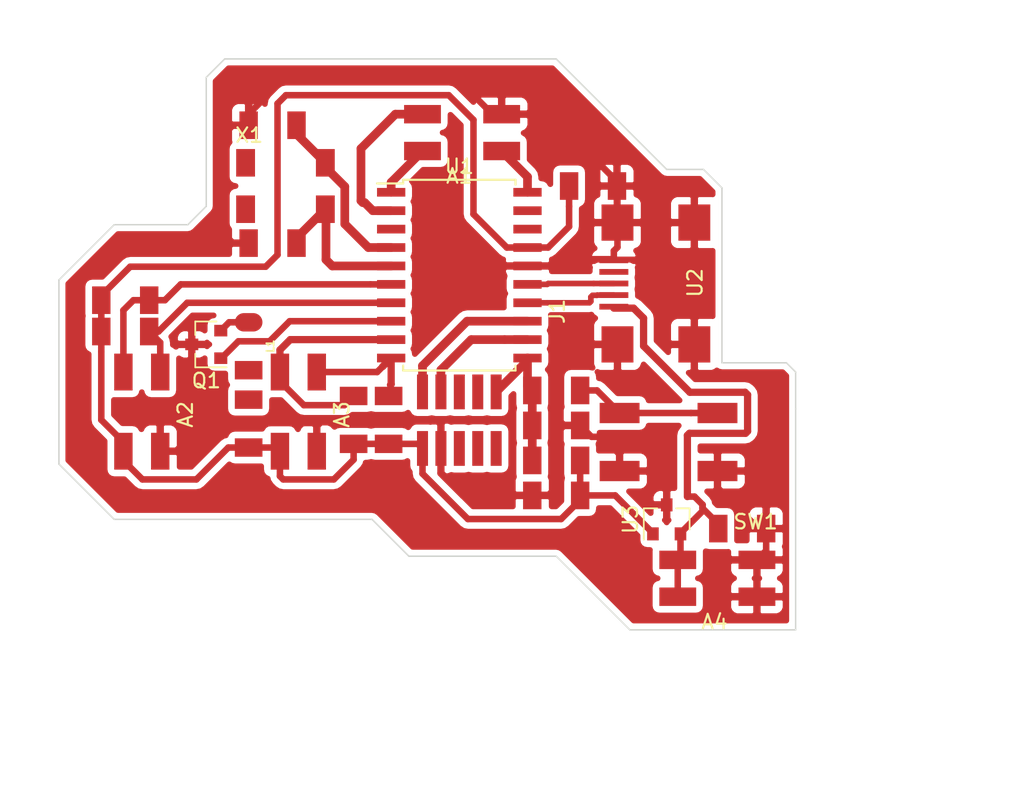
<source format=kicad_pcb>
(kicad_pcb (version 4) (host pcbnew 4.0.4-stable)

  (general
    (links 65)
    (no_connects 3)
    (area 68.326 81.026 138.938001 135.763001)
    (thickness 1.6)
    (drawings 21)
    (tracks 214)
    (zones 0)
    (modules 25)
    (nets 26)
  )

  (page A4)
  (layers
    (0 F.Cu signal)
    (31 B.Cu signal)
    (32 B.Adhes user)
    (33 F.Adhes user)
    (34 B.Paste user)
    (35 F.Paste user)
    (36 B.SilkS user)
    (37 F.SilkS user)
    (38 B.Mask user)
    (39 F.Mask user)
    (40 Dwgs.User user)
    (41 Cmts.User user)
    (42 Eco1.User user)
    (43 Eco2.User user)
    (44 Edge.Cuts user)
    (45 Margin user)
    (46 B.CrtYd user)
    (47 F.CrtYd user)
    (48 B.Fab user)
    (49 F.Fab user)
  )

  (setup
    (last_trace_width 0.45)
    (user_trace_width 0.5)
    (user_trace_width 0.6)
    (user_trace_width 0.75)
    (user_trace_width 1)
    (trace_clearance 0.45)
    (zone_clearance 0.3969)
    (zone_45_only no)
    (trace_min 0.39)
    (segment_width 0.2)
    (edge_width 0.1)
    (via_size 0.6)
    (via_drill 0.4)
    (via_min_size 0.4)
    (via_min_drill 0.3)
    (uvia_size 0.3)
    (uvia_drill 0.1)
    (uvias_allowed no)
    (uvia_min_size 0.2)
    (uvia_min_drill 0.1)
    (pcb_text_width 0.3)
    (pcb_text_size 1.5 1.5)
    (mod_edge_width 0.15)
    (mod_text_size 1 1)
    (mod_text_width 0.15)
    (pad_size 1.5 1.5)
    (pad_drill 0.6)
    (pad_to_mask_clearance 0)
    (aux_axis_origin 0 0)
    (visible_elements FFFFFF7F)
    (pcbplotparams
      (layerselection 0x00030_80000001)
      (usegerberextensions false)
      (excludeedgelayer true)
      (linewidth 0.400000)
      (plotframeref false)
      (viasonmask false)
      (mode 1)
      (useauxorigin false)
      (hpglpennumber 1)
      (hpglpenspeed 20)
      (hpglpendiameter 15)
      (hpglpenoverlay 2)
      (psnegative false)
      (psa4output false)
      (plotreference true)
      (plotvalue true)
      (plotinvisibletext false)
      (padsonsilk false)
      (subtractmaskfromsilk false)
      (outputformat 3)
      (mirror false)
      (drillshape 0)
      (scaleselection 1)
      (outputdirectory ""))
  )

  (net 0 "")
  (net 1 "Net-(A1-Pad1)")
  (net 2 GND)
  (net 3 "Net-(A1-Pad3)")
  (net 4 "Net-(A1-Pad4)")
  (net 5 +3V3)
  (net 6 "Net-(A2-Pad2)")
  (net 7 "Net-(A2-Pad4)")
  (net 8 "Net-(A3-Pad2)")
  (net 9 "Net-(A3-Pad4)")
  (net 10 RST)
  (net 11 "Net-(C4-Pad2)")
  (net 12 "Net-(C5-Pad2)")
  (net 13 SWDIO)
  (net 14 SWCLK)
  (net 15 "Net-(R1-Pad2)")
  (net 16 "Net-(U1-Pad3)")
  (net 17 "Net-(U2-Pad4)")
  (net 18 D+)
  (net 19 D-)
  (net 20 VRAW)
  (net 21 "Net-(U1-Pad18)")
  (net 22 "Net-(U1-Pad19)")
  (net 23 "Net-(L1-Pad2)")
  (net 24 "Net-(L1-Pad1)")
  (net 25 EN)

  (net_class Default "This is the default net class."
    (clearance 0.45)
    (trace_width 0.45)
    (via_dia 0.6)
    (via_drill 0.4)
    (uvia_dia 0.3)
    (uvia_drill 0.1)
    (add_net +3V3)
    (add_net D+)
    (add_net D-)
    (add_net EN)
    (add_net GND)
    (add_net "Net-(A1-Pad1)")
    (add_net "Net-(A1-Pad3)")
    (add_net "Net-(A1-Pad4)")
    (add_net "Net-(A2-Pad2)")
    (add_net "Net-(A2-Pad4)")
    (add_net "Net-(A3-Pad2)")
    (add_net "Net-(A3-Pad4)")
    (add_net "Net-(C4-Pad2)")
    (add_net "Net-(C5-Pad2)")
    (add_net "Net-(L1-Pad1)")
    (add_net "Net-(L1-Pad2)")
    (add_net "Net-(R1-Pad2)")
    (add_net "Net-(U1-Pad18)")
    (add_net "Net-(U1-Pad19)")
    (add_net "Net-(U1-Pad3)")
    (add_net "Net-(U2-Pad4)")
    (add_net RST)
    (add_net SWCLK)
    (add_net SWDIO)
    (add_net VRAW)
  )

  (module _Fab_Footprint:SMD-Header-2x2 (layer F.Cu) (tedit 586D894D) (tstamp 589CE60A)
    (at 100 90.17)
    (path /589D013A)
    (fp_text reference A1 (at 0 3) (layer F.SilkS)
      (effects (font (size 1 1) (thickness 0.15)))
    )
    (fp_text value APA (at 0 -3.25) (layer F.Fab)
      (effects (font (size 1 1) (thickness 0.15)))
    )
    (pad 1 smd rect (at -2.54 -1.27) (size 2.54 1.27) (layers F.Cu F.Paste F.Mask)
      (net 1 "Net-(A1-Pad1)"))
    (pad 2 smd rect (at 2.92 -1.27) (size 2.54 1.27) (layers F.Cu F.Paste F.Mask)
      (net 2 GND))
    (pad 3 smd rect (at -2.54 1.27) (size 2.54 1.27) (layers F.Cu F.Paste F.Mask)
      (net 3 "Net-(A1-Pad3)"))
    (pad 4 smd rect (at 2.92 1.27) (size 2.54 1.27) (layers F.Cu F.Paste F.Mask)
      (net 4 "Net-(A1-Pad4)"))
  )

  (module _Fab_Footprint:SMD-Header-2x2 (layer F.Cu) (tedit 586D894D) (tstamp 589CE612)
    (at 78.105 109.601 90)
    (path /589CE3BE)
    (fp_text reference A2 (at 0 3 90) (layer F.SilkS)
      (effects (font (size 1 1) (thickness 0.15)))
    )
    (fp_text value APA (at 0 -3.25 90) (layer F.Fab)
      (effects (font (size 1 1) (thickness 0.15)))
    )
    (pad 1 smd rect (at -2.54 -1.27 90) (size 2.54 1.27) (layers F.Cu F.Paste F.Mask)
      (net 5 +3V3))
    (pad 2 smd rect (at 2.92 -1.27 90) (size 2.54 1.27) (layers F.Cu F.Paste F.Mask)
      (net 6 "Net-(A2-Pad2)"))
    (pad 3 smd rect (at -2.54 1.27 90) (size 2.54 1.27) (layers F.Cu F.Paste F.Mask)
      (net 2 GND))
    (pad 4 smd rect (at 2.92 1.27 90) (size 2.54 1.27) (layers F.Cu F.Paste F.Mask)
      (net 7 "Net-(A2-Pad4)"))
  )

  (module _Fab_Footprint:SMD-Header-2x2 (layer F.Cu) (tedit 586D894D) (tstamp 589CE61A)
    (at 88.9 109.601 90)
    (path /589CE40C)
    (fp_text reference A3 (at 0 3 90) (layer F.SilkS)
      (effects (font (size 1 1) (thickness 0.15)))
    )
    (fp_text value APA (at 0 -3.25 90) (layer F.Fab)
      (effects (font (size 1 1) (thickness 0.15)))
    )
    (pad 1 smd rect (at -2.54 -1.27 90) (size 2.54 1.27) (layers F.Cu F.Paste F.Mask)
      (net 5 +3V3))
    (pad 2 smd rect (at 2.92 -1.27 90) (size 2.54 1.27) (layers F.Cu F.Paste F.Mask)
      (net 8 "Net-(A3-Pad2)"))
    (pad 3 smd rect (at -2.54 1.27 90) (size 2.54 1.27) (layers F.Cu F.Paste F.Mask)
      (net 2 GND))
    (pad 4 smd rect (at 2.92 1.27 90) (size 2.54 1.27) (layers F.Cu F.Paste F.Mask)
      (net 9 "Net-(A3-Pad4)"))
  )

  (module _Fab_Footprint:CAP_1206_FAB (layer F.Cu) (tedit 58606E9C) (tstamp 589CE620)
    (at 109.22 93.853)
    (path /5864BA95)
    (fp_text reference C1 (at 0 0 90) (layer F.Fab)
      (effects (font (size 0.5 0.5) (thickness 0.125)))
    )
    (fp_text value 4.7uF (at 0 -1.5) (layer F.Fab)
      (effects (font (size 0.5 0.5) (thickness 0.125)))
    )
    (pad 2 smd rect (at 1.651 0) (size 1.27 1.905) (layers F.Cu F.Paste F.Mask)
      (net 2 GND))
    (pad 1 smd rect (at -1.651 0) (size 1.27 1.905) (layers F.Cu F.Paste F.Mask)
      (net 5 +3V3))
  )

  (module _Fab_Footprint:CAP_1206_FAB (layer F.Cu) (tedit 58606E9C) (tstamp 589CE626)
    (at 106.68 110.363)
    (path /58656C0A)
    (fp_text reference C2 (at 0 0 90) (layer F.Fab)
      (effects (font (size 0.5 0.5) (thickness 0.125)))
    )
    (fp_text value 100nF (at 0 -1.5) (layer F.Fab)
      (effects (font (size 0.5 0.5) (thickness 0.125)))
    )
    (pad 2 smd rect (at 1.651 0) (size 1.27 1.905) (layers F.Cu F.Paste F.Mask)
      (net 2 GND))
    (pad 1 smd rect (at -1.651 0) (size 1.27 1.905) (layers F.Cu F.Paste F.Mask)
      (net 10 RST))
  )

  (module _Fab_Footprint:CAP_1206_FAB (layer F.Cu) (tedit 58606E9C) (tstamp 589CE62C)
    (at 106.68 115.189 180)
    (path /5864BA0B)
    (fp_text reference C3 (at 0 0 270) (layer F.Fab)
      (effects (font (size 0.5 0.5) (thickness 0.125)))
    )
    (fp_text value 100nF (at 0 -1.5 180) (layer F.Fab)
      (effects (font (size 0.5 0.5) (thickness 0.125)))
    )
    (pad 2 smd rect (at 1.651 0 180) (size 1.27 1.905) (layers F.Cu F.Paste F.Mask)
      (net 2 GND))
    (pad 1 smd rect (at -1.651 0 180) (size 1.27 1.905) (layers F.Cu F.Paste F.Mask)
      (net 5 +3V3))
  )

  (module _Fab_Footprint:CAP_1206_FAB (layer F.Cu) (tedit 58606E9C) (tstamp 589CE632)
    (at 87.122 89.662)
    (path /5865747E)
    (fp_text reference C4 (at 0 0 90) (layer F.Fab)
      (effects (font (size 0.5 0.5) (thickness 0.125)))
    )
    (fp_text value 22pF (at 0 -1.5) (layer F.Fab)
      (effects (font (size 0.5 0.5) (thickness 0.125)))
    )
    (pad 2 smd rect (at 1.651 0) (size 1.27 1.905) (layers F.Cu F.Paste F.Mask)
      (net 11 "Net-(C4-Pad2)"))
    (pad 1 smd rect (at -1.651 0) (size 1.27 1.905) (layers F.Cu F.Paste F.Mask)
      (net 2 GND))
  )

  (module _Fab_Footprint:CAP_1206_FAB (layer F.Cu) (tedit 58606E9C) (tstamp 589CE638)
    (at 87.122 97.79)
    (path /58657550)
    (fp_text reference C5 (at 0 0 90) (layer F.Fab)
      (effects (font (size 0.5 0.5) (thickness 0.125)))
    )
    (fp_text value 22pF (at 0 -1.5) (layer F.Fab)
      (effects (font (size 0.5 0.5) (thickness 0.125)))
    )
    (pad 2 smd rect (at 1.651 0) (size 1.27 1.905) (layers F.Cu F.Paste F.Mask)
      (net 12 "Net-(C5-Pad2)"))
    (pad 1 smd rect (at -1.651 0) (size 1.27 1.905) (layers F.Cu F.Paste F.Mask)
      (net 2 GND))
  )

  (module _Fab_Footprint:JTAGICE3-10p (layer F.Cu) (tedit 58657390) (tstamp 589CE646)
    (at 100 110 90)
    (path /586582CA)
    (fp_text reference J1 (at 7.5 6.75 90) (layer F.SilkS)
      (effects (font (size 1 1) (thickness 0.15)))
    )
    (fp_text value JTAGICE3-10p (at -5.25 -8 90) (layer F.Fab)
      (effects (font (size 1 1) (thickness 0.15)))
    )
    (pad 1 smd rect (at -1.95 -2.54 90) (size 2.4 0.76) (layers F.Cu F.Paste F.Mask)
      (net 5 +3V3))
    (pad 2 smd rect (at 1.95 -2.54 90) (size 2.4 0.76) (layers F.Cu F.Paste F.Mask)
      (net 13 SWDIO))
    (pad 3 smd rect (at -1.95 -1.27 90) (size 2.4 0.76) (layers F.Cu F.Paste F.Mask)
      (net 2 GND))
    (pad 4 smd rect (at 1.95 -1.27 90) (size 2.4 0.76) (layers F.Cu F.Paste F.Mask)
      (net 14 SWCLK))
    (pad 5 smd rect (at -1.95 0 90) (size 2.4 0.76) (layers F.Cu F.Paste F.Mask))
    (pad 6 smd rect (at 1.95 0 90) (size 2.4 0.76) (layers F.Cu F.Paste F.Mask))
    (pad 7 smd rect (at -1.95 1.27 90) (size 2.4 0.76) (layers F.Cu F.Paste F.Mask))
    (pad 8 smd rect (at 1.95 1.27 90) (size 2.4 0.76) (layers F.Cu F.Paste F.Mask))
    (pad 9 smd rect (at -1.95 2.54 90) (size 2.4 0.76) (layers F.Cu F.Paste F.Mask))
    (pad 10 smd rect (at 1.95 2.54 90) (size 2.4 0.76) (layers F.Cu F.Paste F.Mask)
      (net 10 RST))
  )

  (module _Fab_Footprint:CAP_1206_FAB (layer F.Cu) (tedit 58606E9C) (tstamp 589CE64C)
    (at 106.68 107.95)
    (path /58656BBB)
    (fp_text reference R1 (at 0 0 90) (layer F.Fab)
      (effects (font (size 0.5 0.5) (thickness 0.125)))
    )
    (fp_text value RES (at 0 -1.5) (layer F.Fab)
      (effects (font (size 0.5 0.5) (thickness 0.125)))
    )
    (pad 2 smd rect (at 1.651 0) (size 1.27 1.905) (layers F.Cu F.Paste F.Mask)
      (net 15 "Net-(R1-Pad2)"))
    (pad 1 smd rect (at -1.651 0) (size 1.27 1.905) (layers F.Cu F.Paste F.Mask)
      (net 10 RST))
  )

  (module _Fab_Footprint:CAP_1206_FAB (layer F.Cu) (tedit 58606E9C) (tstamp 589CE652)
    (at 106.68 112.776 180)
    (path /58656B8A)
    (fp_text reference R2 (at 0 0 270) (layer F.Fab)
      (effects (font (size 0.5 0.5) (thickness 0.125)))
    )
    (fp_text value RES (at 0 -1.5 180) (layer F.Fab)
      (effects (font (size 0.5 0.5) (thickness 0.125)))
    )
    (pad 2 smd rect (at 1.651 0 180) (size 1.27 1.905) (layers F.Cu F.Paste F.Mask)
      (net 10 RST))
    (pad 1 smd rect (at -1.651 0 180) (size 1.27 1.905) (layers F.Cu F.Paste F.Mask)
      (net 5 +3V3))
  )

  (module _Fab_Footprint:CAP_1206_FAB (layer F.Cu) (tedit 58606E9C) (tstamp 589CE658)
    (at 92.71 109.982 90)
    (path /589CF7DB)
    (fp_text reference R3 (at 0 0 180) (layer F.Fab)
      (effects (font (size 0.5 0.5) (thickness 0.125)))
    )
    (fp_text value RES (at 0 -1.5 90) (layer F.Fab)
      (effects (font (size 0.5 0.5) (thickness 0.125)))
    )
    (pad 2 smd rect (at 1.651 0 90) (size 1.27 1.905) (layers F.Cu F.Paste F.Mask)
      (net 8 "Net-(A3-Pad2)"))
    (pad 1 smd rect (at -1.651 0 90) (size 1.27 1.905) (layers F.Cu F.Paste F.Mask)
      (net 5 +3V3))
  )

  (module _Fab_Footprint:CAP_1206_FAB (layer F.Cu) (tedit 58606E9C) (tstamp 589CE65E)
    (at 95.123 109.982 90)
    (path /589CF7D5)
    (fp_text reference R4 (at 0 0 180) (layer F.Fab)
      (effects (font (size 0.5 0.5) (thickness 0.125)))
    )
    (fp_text value RES (at 0 -1.5 90) (layer F.Fab)
      (effects (font (size 0.5 0.5) (thickness 0.125)))
    )
    (pad 2 smd rect (at 1.651 0 90) (size 1.27 1.905) (layers F.Cu F.Paste F.Mask)
      (net 9 "Net-(A3-Pad4)"))
    (pad 1 smd rect (at -1.651 0 90) (size 1.27 1.905) (layers F.Cu F.Paste F.Mask)
      (net 5 +3V3))
  )

  (module _Fab_Footprint:CAP_1206_FAB (layer F.Cu) (tedit 58606E9C) (tstamp 589CE664)
    (at 76.962 101.727)
    (path /589CF179)
    (fp_text reference R5 (at 0 0 90) (layer F.Fab)
      (effects (font (size 0.5 0.5) (thickness 0.125)))
    )
    (fp_text value RES (at 0 -1.5) (layer F.Fab)
      (effects (font (size 0.5 0.5) (thickness 0.125)))
    )
    (pad 2 smd rect (at 1.651 0) (size 1.27 1.905) (layers F.Cu F.Paste F.Mask)
      (net 6 "Net-(A2-Pad2)"))
    (pad 1 smd rect (at -1.651 0) (size 1.27 1.905) (layers F.Cu F.Paste F.Mask)
      (net 5 +3V3))
  )

  (module _Fab_Footprint:CAP_1206_FAB (layer F.Cu) (tedit 58606E9C) (tstamp 589CE66A)
    (at 76.962 103.886)
    (path /589CF0FF)
    (fp_text reference R6 (at 0 0 90) (layer F.Fab)
      (effects (font (size 0.5 0.5) (thickness 0.125)))
    )
    (fp_text value RES (at 0 -1.5) (layer F.Fab)
      (effects (font (size 0.5 0.5) (thickness 0.125)))
    )
    (pad 2 smd rect (at 1.651 0) (size 1.27 1.905) (layers F.Cu F.Paste F.Mask)
      (net 7 "Net-(A2-Pad4)"))
    (pad 1 smd rect (at -1.651 0) (size 1.27 1.905) (layers F.Cu F.Paste F.Mask)
      (net 5 +3V3))
  )

  (module _Fab_Footprint:Switch-Tactile-B3SN-3112P (layer F.Cu) (tedit 586D941C) (tstamp 589CE672)
    (at 114.427 111.506)
    (path /589CEB29)
    (fp_text reference SW1 (at 6 5.5) (layer F.SilkS)
      (effects (font (size 1 1) (thickness 0.15)))
    )
    (fp_text value SW_PUSH (at -2 -7) (layer F.Fab)
      (effects (font (size 1 1) (thickness 0.15)))
    )
    (pad 4 smd rect (at -3.375 -2) (size 2.75 1.4) (layers F.Cu F.Paste F.Mask)
      (net 15 "Net-(R1-Pad2)"))
    (pad 2 smd rect (at -3.375 2) (size 2.75 1.4) (layers F.Cu F.Paste F.Mask)
      (net 2 GND))
    (pad 1 smd rect (at 3.375 2) (size 2.75 1.4) (layers F.Cu F.Paste F.Mask)
      (net 2 GND))
    (pad 3 smd rect (at 3.375 -2) (size 2.75 1.4) (layers F.Cu F.Paste F.Mask)
      (net 15 "Net-(R1-Pad2)"))
  )

  (module _Fab_Footprint:USBMINIB2.0 (layer F.Cu) (tedit 5865777E) (tstamp 589CE687)
    (at 113.555 100.575 90)
    (path /58658944)
    (fp_text reference U2 (at 0.05 2.7 90) (layer F.SilkS)
      (effects (font (size 1 1) (thickness 0.15)))
    )
    (fp_text value USB2 (at 0 -0.05 90) (layer F.Fab)
      (effects (font (size 1 1) (thickness 0.15)))
    )
    (pad 5 smd rect (at 1.6 -2.9 90) (size 0.4 2) (layers F.Cu F.Paste F.Mask)
      (net 2 GND))
    (pad 4 smd rect (at 0.8 -2.9 90) (size 0.4 2) (layers F.Cu F.Paste F.Mask)
      (net 17 "Net-(U2-Pad4)"))
    (pad 3 smd rect (at 0 -2.9 90) (size 0.4 2) (layers F.Cu F.Paste F.Mask)
      (net 18 D+))
    (pad 2 smd rect (at -0.8 -2.9 90) (size 0.4 2) (layers F.Cu F.Paste F.Mask)
      (net 19 D-))
    (pad 1 smd rect (at -1.6 -2.9 90) (size 0.4 2) (layers F.Cu F.Paste F.Mask)
      (net 20 VRAW))
    (pad 6 smd rect (at -4.2 -2.65 90) (size 2.5 2.2) (layers F.Cu F.Paste F.Mask)
      (net 2 GND))
    (pad 6 smd rect (at 4.2 -2.65 90) (size 2.5 2.2) (layers F.Cu F.Paste F.Mask)
      (net 2 GND))
    (pad 6 smd rect (at 4.2 2.65 90) (size 2.5 2.2) (layers F.Cu F.Paste F.Mask)
      (net 2 GND))
    (pad 6 smd rect (at -4.2 2.65 90) (size 2.5 2.2) (layers F.Cu F.Paste F.Mask)
      (net 2 GND))
  )

  (module _Fab_Footprint:4-SOJ (layer F.Cu) (tedit 586D91A2) (tstamp 589CE68F)
    (at 88.011 93.853 180)
    (path /58657242)
    (fp_text reference X1 (at 2.5 3.5 180) (layer F.SilkS)
      (effects (font (size 1 1) (thickness 0.15)))
    )
    (fp_text value ABS25-32.768KHZ (at -2.25 -3.5 180) (layer F.Fab)
      (effects (font (size 1 1) (thickness 0.15)))
    )
    (pad 2 smd rect (at 2.75 1.6 180) (size 1.3 1.9) (layers F.Cu F.Paste F.Mask))
    (pad 3 smd rect (at 2.75 -1.6 180) (size 1.3 1.9) (layers F.Cu F.Paste F.Mask))
    (pad 4 smd rect (at -2.75 -1.6 180) (size 1.3 1.9) (layers F.Cu F.Paste F.Mask)
      (net 12 "Net-(C5-Pad2)"))
    (pad 1 smd rect (at -2.75 1.6 180) (size 1.3 1.9) (layers F.Cu F.Paste F.Mask)
      (net 11 "Net-(C4-Pad2)"))
  )

  (module _Fab_Footprint:CAP_1206_FAB (layer F.Cu) (tedit 58606E9C) (tstamp 589CEA4A)
    (at 119.507 117.475)
    (path /589D2B65)
    (fp_text reference C6 (at 0 0 90) (layer F.Fab)
      (effects (font (size 0.5 0.5) (thickness 0.125)))
    )
    (fp_text value 100nF (at 0 -1.5) (layer F.Fab)
      (effects (font (size 0.5 0.5) (thickness 0.125)))
    )
    (pad 2 smd rect (at 1.651 0) (size 1.27 1.905) (layers F.Cu F.Paste F.Mask)
      (net 2 GND))
    (pad 1 smd rect (at -1.651 0) (size 1.27 1.905) (layers F.Cu F.Paste F.Mask)
      (net 20 VRAW))
  )

  (module TO_SOT_Packages_SMD:SOT-23 (layer F.Cu) (tedit 5883B105) (tstamp 589CEA5E)
    (at 114.3 116.84 90)
    (descr "SOT-23, Standard")
    (tags SOT-23)
    (path /589D261C)
    (attr smd)
    (fp_text reference U3 (at 0 -2.5 90) (layer F.SilkS)
      (effects (font (size 1 1) (thickness 0.15)))
    )
    (fp_text value VREG-SOT23 (at 0 2.5 90) (layer F.Fab)
      (effects (font (size 1 1) (thickness 0.15)))
    )
    (fp_line (start -0.7 -0.95) (end -0.7 1.5) (layer F.Fab) (width 0.1))
    (fp_line (start -0.15 -1.52) (end 0.7 -1.52) (layer F.Fab) (width 0.1))
    (fp_line (start -0.7 -0.95) (end -0.15 -1.52) (layer F.Fab) (width 0.1))
    (fp_line (start 0.7 -1.52) (end 0.7 1.52) (layer F.Fab) (width 0.1))
    (fp_line (start -0.7 1.52) (end 0.7 1.52) (layer F.Fab) (width 0.1))
    (fp_line (start 0.76 1.58) (end 0.76 0.65) (layer F.SilkS) (width 0.12))
    (fp_line (start 0.76 -1.58) (end 0.76 -0.65) (layer F.SilkS) (width 0.12))
    (fp_line (start -1.7 -1.75) (end 1.7 -1.75) (layer F.CrtYd) (width 0.05))
    (fp_line (start 1.7 -1.75) (end 1.7 1.75) (layer F.CrtYd) (width 0.05))
    (fp_line (start 1.7 1.75) (end -1.7 1.75) (layer F.CrtYd) (width 0.05))
    (fp_line (start -1.7 1.75) (end -1.7 -1.75) (layer F.CrtYd) (width 0.05))
    (fp_line (start 0.76 -1.58) (end -1.4 -1.58) (layer F.SilkS) (width 0.12))
    (fp_line (start 0.76 1.58) (end -0.7 1.58) (layer F.SilkS) (width 0.12))
    (pad 1 smd rect (at -1 -0.95 90) (size 0.9 0.8) (layers F.Cu F.Paste F.Mask)
      (net 5 +3V3))
    (pad 2 smd rect (at -1 0.95 90) (size 0.9 0.8) (layers F.Cu F.Paste F.Mask)
      (net 20 VRAW))
    (pad 3 smd rect (at 1 0 90) (size 0.9 0.8) (layers F.Cu F.Paste F.Mask)
      (net 2 GND))
    (model TO_SOT_Packages_SMD.3dshapes/SOT-23.wrl
      (at (xyz 0 0 0))
      (scale (xyz 1 1 1))
      (rotate (xyz 0 0 90))
    )
  )

  (module Housings_SOIC:SOIC-20W_7.5x12.8mm_Pitch1.27mm (layer F.Cu) (tedit 57503549) (tstamp 589CEA5F)
    (at 100 100)
    (descr "20-Lead Plastic Small Outline (SO) - Wide, 7.50 mm Body [SOIC] (see Microchip Packaging Specification 00000049BS.pdf)")
    (tags "SOIC 1.27")
    (path /5864B9B2)
    (attr smd)
    (fp_text reference U1 (at 0 -7.5) (layer F.SilkS)
      (effects (font (size 1 1) (thickness 0.15)))
    )
    (fp_text value ATSAMD11D (at 0 7.5) (layer F.Fab)
      (effects (font (size 1 1) (thickness 0.15)))
    )
    (fp_line (start -2.75 -6.4) (end 3.75 -6.4) (layer F.Fab) (width 0.15))
    (fp_line (start 3.75 -6.4) (end 3.75 6.4) (layer F.Fab) (width 0.15))
    (fp_line (start 3.75 6.4) (end -3.75 6.4) (layer F.Fab) (width 0.15))
    (fp_line (start -3.75 6.4) (end -3.75 -5.4) (layer F.Fab) (width 0.15))
    (fp_line (start -3.75 -5.4) (end -2.75 -6.4) (layer F.Fab) (width 0.15))
    (fp_line (start -5.95 -6.75) (end -5.95 6.75) (layer F.CrtYd) (width 0.05))
    (fp_line (start 5.95 -6.75) (end 5.95 6.75) (layer F.CrtYd) (width 0.05))
    (fp_line (start -5.95 -6.75) (end 5.95 -6.75) (layer F.CrtYd) (width 0.05))
    (fp_line (start -5.95 6.75) (end 5.95 6.75) (layer F.CrtYd) (width 0.05))
    (fp_line (start -3.875 -6.575) (end -3.875 -6.325) (layer F.SilkS) (width 0.15))
    (fp_line (start 3.875 -6.575) (end 3.875 -6.24) (layer F.SilkS) (width 0.15))
    (fp_line (start 3.875 6.575) (end 3.875 6.24) (layer F.SilkS) (width 0.15))
    (fp_line (start -3.875 6.575) (end -3.875 6.24) (layer F.SilkS) (width 0.15))
    (fp_line (start -3.875 -6.575) (end 3.875 -6.575) (layer F.SilkS) (width 0.15))
    (fp_line (start -3.875 6.575) (end 3.875 6.575) (layer F.SilkS) (width 0.15))
    (fp_line (start -3.875 -6.325) (end -5.675 -6.325) (layer F.SilkS) (width 0.15))
    (pad 1 smd rect (at -4.7 -5.715) (size 1.95 0.6) (layers F.Cu F.Paste F.Mask)
      (net 3 "Net-(A1-Pad3)"))
    (pad 2 smd rect (at -4.7 -4.445) (size 1.95 0.6) (layers F.Cu F.Paste F.Mask)
      (net 1 "Net-(A1-Pad1)"))
    (pad 3 smd rect (at -4.7 -3.175) (size 1.95 0.6) (layers F.Cu F.Paste F.Mask)
      (net 16 "Net-(U1-Pad3)"))
    (pad 4 smd rect (at -4.7 -1.905) (size 1.95 0.6) (layers F.Cu F.Paste F.Mask)
      (net 11 "Net-(C4-Pad2)"))
    (pad 5 smd rect (at -4.7 -0.635) (size 1.95 0.6) (layers F.Cu F.Paste F.Mask)
      (net 12 "Net-(C5-Pad2)"))
    (pad 6 smd rect (at -4.7 0.635) (size 1.95 0.6) (layers F.Cu F.Paste F.Mask)
      (net 6 "Net-(A2-Pad2)"))
    (pad 7 smd rect (at -4.7 1.905) (size 1.95 0.6) (layers F.Cu F.Paste F.Mask)
      (net 7 "Net-(A2-Pad4)"))
    (pad 8 smd rect (at -4.7 3.175) (size 1.95 0.6) (layers F.Cu F.Paste F.Mask)
      (net 25 EN))
    (pad 9 smd rect (at -4.7 4.445) (size 1.95 0.6) (layers F.Cu F.Paste F.Mask)
      (net 8 "Net-(A3-Pad2)"))
    (pad 10 smd rect (at -4.7 5.715) (size 1.95 0.6) (layers F.Cu F.Paste F.Mask)
      (net 9 "Net-(A3-Pad4)"))
    (pad 11 smd rect (at 4.7 5.715) (size 1.95 0.6) (layers F.Cu F.Paste F.Mask)
      (net 10 RST))
    (pad 12 smd rect (at 4.7 4.445) (size 1.95 0.6) (layers F.Cu F.Paste F.Mask)
      (net 14 SWCLK))
    (pad 13 smd rect (at 4.7 3.175) (size 1.95 0.6) (layers F.Cu F.Paste F.Mask)
      (net 13 SWDIO))
    (pad 14 smd rect (at 4.7 1.905) (size 1.95 0.6) (layers F.Cu F.Paste F.Mask)
      (net 19 D-))
    (pad 15 smd rect (at 4.7 0.635) (size 1.95 0.6) (layers F.Cu F.Paste F.Mask)
      (net 18 D+))
    (pad 16 smd rect (at 4.7 -0.635) (size 1.95 0.6) (layers F.Cu F.Paste F.Mask)
      (net 2 GND))
    (pad 17 smd rect (at 4.7 -1.905) (size 1.95 0.6) (layers F.Cu F.Paste F.Mask)
      (net 5 +3V3))
    (pad 18 smd rect (at 4.7 -3.175) (size 1.95 0.6) (layers F.Cu F.Paste F.Mask)
      (net 21 "Net-(U1-Pad18)"))
    (pad 19 smd rect (at 4.7 -4.445) (size 1.95 0.6) (layers F.Cu F.Paste F.Mask)
      (net 22 "Net-(U1-Pad19)"))
    (pad 20 smd rect (at 4.7 -5.715) (size 1.95 0.6) (layers F.Cu F.Paste F.Mask)
      (net 4 "Net-(A1-Pad4)"))
    (model Housings_SOIC.3dshapes/SOIC-20_7.5x12.8mm_Pitch1.27mm.wrl
      (at (xyz 0 0 0))
      (scale (xyz 1 1 1))
      (rotate (xyz 0 0 0))
    )
  )

  (module _Fab_Footprint:SMD-Header-2x2 (layer F.Cu) (tedit 586D894D) (tstamp 58A8A6E3)
    (at 117.602 120.904)
    (path /58A8A9BC)
    (fp_text reference A4 (at 0 3) (layer F.SilkS)
      (effects (font (size 1 1) (thickness 0.15)))
    )
    (fp_text value APA (at 0 -3.25) (layer F.Fab)
      (effects (font (size 1 1) (thickness 0.15)))
    )
    (pad 1 smd rect (at -2.54 -1.27) (size 2.54 1.27) (layers F.Cu F.Paste F.Mask)
      (net 20 VRAW))
    (pad 2 smd rect (at 2.92 -1.27) (size 2.54 1.27) (layers F.Cu F.Paste F.Mask)
      (net 2 GND))
    (pad 3 smd rect (at -2.54 1.27) (size 2.54 1.27) (layers F.Cu F.Paste F.Mask)
      (net 20 VRAW))
    (pad 4 smd rect (at 2.92 1.27) (size 2.54 1.27) (layers F.Cu F.Paste F.Mask)
      (net 2 GND))
  )

  (module _Fab_Footprint:LED_1206_FAB (layer F.Cu) (tedit 58755214) (tstamp 58A8A841)
    (at 85.471 104.902 90)
    (path /58A8B4D1)
    (fp_text reference L1 (at 0 1.5 90) (layer F.SilkS)
      (effects (font (size 0.5 0.5) (thickness 0.125)))
    )
    (fp_text value FAB_LED (at 0 -1.5 90) (layer F.Fab)
      (effects (font (size 0.5 0.5) (thickness 0.125)))
    )
    (pad 2 smd oval (at 1.651 0 90) (size 1.27 1.905) (layers F.Cu F.Paste F.Mask)
      (net 23 "Net-(L1-Pad2)"))
    (pad 1 smd rect (at -1.651 0 90) (size 1.27 1.905) (layers F.Cu F.Paste F.Mask)
      (net 24 "Net-(L1-Pad1)"))
  )

  (module TO_SOT_Packages_SMD:SOT-23 (layer F.Cu) (tedit 5883B105) (tstamp 58A8A848)
    (at 82.55 104.775 180)
    (descr "SOT-23, Standard")
    (tags SOT-23)
    (path /58A8B6E8)
    (attr smd)
    (fp_text reference Q1 (at 0 -2.5 180) (layer F.SilkS)
      (effects (font (size 1 1) (thickness 0.15)))
    )
    (fp_text value N-MOSFET (at 0 2.5 180) (layer F.Fab)
      (effects (font (size 1 1) (thickness 0.15)))
    )
    (fp_line (start -0.7 -0.95) (end -0.7 1.5) (layer F.Fab) (width 0.1))
    (fp_line (start -0.15 -1.52) (end 0.7 -1.52) (layer F.Fab) (width 0.1))
    (fp_line (start -0.7 -0.95) (end -0.15 -1.52) (layer F.Fab) (width 0.1))
    (fp_line (start 0.7 -1.52) (end 0.7 1.52) (layer F.Fab) (width 0.1))
    (fp_line (start -0.7 1.52) (end 0.7 1.52) (layer F.Fab) (width 0.1))
    (fp_line (start 0.76 1.58) (end 0.76 0.65) (layer F.SilkS) (width 0.12))
    (fp_line (start 0.76 -1.58) (end 0.76 -0.65) (layer F.SilkS) (width 0.12))
    (fp_line (start -1.7 -1.75) (end 1.7 -1.75) (layer F.CrtYd) (width 0.05))
    (fp_line (start 1.7 -1.75) (end 1.7 1.75) (layer F.CrtYd) (width 0.05))
    (fp_line (start 1.7 1.75) (end -1.7 1.75) (layer F.CrtYd) (width 0.05))
    (fp_line (start -1.7 1.75) (end -1.7 -1.75) (layer F.CrtYd) (width 0.05))
    (fp_line (start 0.76 -1.58) (end -1.4 -1.58) (layer F.SilkS) (width 0.12))
    (fp_line (start 0.76 1.58) (end -0.7 1.58) (layer F.SilkS) (width 0.12))
    (pad 1 smd rect (at -1 -0.95 180) (size 0.9 0.8) (layers F.Cu F.Paste F.Mask)
      (net 25 EN))
    (pad 2 smd rect (at -1 0.95 180) (size 0.9 0.8) (layers F.Cu F.Paste F.Mask)
      (net 23 "Net-(L1-Pad2)"))
    (pad 3 smd rect (at 1 0 180) (size 0.9 0.8) (layers F.Cu F.Paste F.Mask)
      (net 2 GND))
    (model TO_SOT_Packages_SMD.3dshapes/SOT-23.wrl
      (at (xyz 0 0 0))
      (scale (xyz 1 1 1))
      (rotate (xyz 0 0 90))
    )
  )

  (module _Fab_Footprint:CAP_1206_FAB (layer F.Cu) (tedit 58606E9C) (tstamp 58A8A84E)
    (at 85.471 110.236 90)
    (path /58A8B610)
    (fp_text reference R7 (at 0 0 180) (layer F.Fab)
      (effects (font (size 0.5 0.5) (thickness 0.125)))
    )
    (fp_text value RES (at 0 -1.5 90) (layer F.Fab)
      (effects (font (size 0.5 0.5) (thickness 0.125)))
    )
    (pad 2 smd rect (at 1.651 0 90) (size 1.27 1.905) (layers F.Cu F.Paste F.Mask)
      (net 24 "Net-(L1-Pad1)"))
    (pad 1 smd rect (at -1.651 0 90) (size 1.27 1.905) (layers F.Cu F.Paste F.Mask)
      (net 5 +3V3))
  )

  (gr_line (start 106.68 119.38) (end 96.52 119.38) (layer Edge.Cuts) (width 0.1) (tstamp 58A8AB7A))
  (gr_line (start 123.19 109.22) (end 123.19 124.46) (layer Edge.Cuts) (width 0.1))
  (gr_line (start 123.19 106.68) (end 123.19 109.22) (layer Edge.Cuts) (width 0.1))
  (gr_line (start 122.555 106.045) (end 123.19 106.68) (layer Edge.Cuts) (width 0.1))
  (gr_line (start 118.11 106.045) (end 122.555 106.045) (layer Edge.Cuts) (width 0.1))
  (gr_line (start 118.11 93.98) (end 118.11 106.045) (layer Edge.Cuts) (width 0.1))
  (gr_line (start 116.84 92.71) (end 118.11 93.98) (layer Edge.Cuts) (width 0.1))
  (gr_line (start 114.3 92.71) (end 116.84 92.71) (layer Edge.Cuts) (width 0.1))
  (gr_line (start 93.98 116.84) (end 96.52 119.38) (layer Edge.Cuts) (width 0.1))
  (gr_line (start 76.2 116.84) (end 93.98 116.84) (layer Edge.Cuts) (width 0.1))
  (gr_line (start 72.39 113.03) (end 76.2 116.84) (layer Edge.Cuts) (width 0.1))
  (gr_line (start 72.39 100.33) (end 72.39 113.03) (layer Edge.Cuts) (width 0.1))
  (gr_line (start 76.2 96.52) (end 72.39 100.33) (layer Edge.Cuts) (width 0.1))
  (gr_line (start 81.28 96.52) (end 76.2 96.52) (layer Edge.Cuts) (width 0.1))
  (gr_line (start 82.55 95.25) (end 81.28 96.52) (layer Edge.Cuts) (width 0.1))
  (gr_line (start 82.55 86.36) (end 83.82 85.09) (layer Edge.Cuts) (width 0.1))
  (gr_line (start 82.55 95.25) (end 82.55 86.36) (layer Edge.Cuts) (width 0.1))
  (gr_line (start 111.76 124.46) (end 106.68 119.38) (layer Edge.Cuts) (width 0.1))
  (gr_line (start 123.19 124.46) (end 111.76 124.46) (layer Edge.Cuts) (width 0.1))
  (gr_line (start 106.68 85.09) (end 114.3 92.71) (layer Edge.Cuts) (width 0.1))
  (gr_line (start 83.82 85.09) (end 106.68 85.09) (layer Edge.Cuts) (width 0.1))

  (segment (start 97.46 88.9) (end 95.59 88.9) (width 0.6) (layer F.Cu) (net 1))
  (segment (start 95.59 88.9) (end 93.218 91.272) (width 0.6) (layer F.Cu) (net 1))
  (segment (start 93.218 94.869) (end 93.345 94.996) (width 0.6) (layer F.Cu) (net 1))
  (segment (start 93.218 91.272) (end 93.218 94.869) (width 0.6) (layer F.Cu) (net 1))
  (segment (start 93.345 94.996) (end 93.472 94.996) (width 0.6) (layer F.Cu) (net 1))
  (segment (start 93.472 94.996) (end 94.031 95.555) (width 0.6) (layer F.Cu) (net 1))
  (segment (start 94.031 95.555) (end 95.3 95.555) (width 0.6) (layer F.Cu) (net 1))
  (segment (start 85.471 89.662) (end 84.386 89.662) (width 0.45) (layer F.Cu) (net 2))
  (segment (start 84.386 89.662) (end 83.935999 90.112001) (width 0.45) (layer F.Cu) (net 2))
  (segment (start 83.935999 90.112001) (end 83.935999 97.339999) (width 0.45) (layer F.Cu) (net 2))
  (segment (start 83.935999 97.339999) (end 84.386 97.79) (width 0.45) (layer F.Cu) (net 2))
  (segment (start 84.386 97.79) (end 85.471 97.79) (width 0.45) (layer F.Cu) (net 2))
  (segment (start 85.471 89.662) (end 85.471 88.888692) (width 0.45) (layer F.Cu) (net 2))
  (segment (start 100.074989 86.689989) (end 102.285 88.9) (width 0.45) (layer F.Cu) (net 2))
  (segment (start 85.471 88.888692) (end 87.669703 86.689989) (width 0.45) (layer F.Cu) (net 2))
  (segment (start 87.669703 86.689989) (end 100.074989 86.689989) (width 0.45) (layer F.Cu) (net 2))
  (segment (start 102.285 88.9) (end 102.92 88.9) (width 0.45) (layer F.Cu) (net 2))
  (segment (start 116.205 96.375) (end 110.905 96.375) (width 0.45) (layer F.Cu) (net 2))
  (segment (start 116.205 104.775) (end 116.205 96.375) (width 0.45) (layer F.Cu) (net 2))
  (segment (start 120.522 119.634) (end 120.522 122.174) (width 0.45) (layer F.Cu) (net 2))
  (segment (start 121.158 117.475) (end 121.158 118.998) (width 0.45) (layer F.Cu) (net 2))
  (segment (start 121.158 118.998) (end 120.522 119.634) (width 0.45) (layer F.Cu) (net 2))
  (segment (start 117.802 113.506) (end 117.802 114.656) (width 0.45) (layer F.Cu) (net 2))
  (segment (start 117.802 114.656) (end 120.621 117.475) (width 0.45) (layer F.Cu) (net 2))
  (segment (start 120.621 117.475) (end 121.158 117.475) (width 0.45) (layer F.Cu) (net 2))
  (segment (start 113.109 113.506) (end 114.3 114.697) (width 0.45) (layer F.Cu) (net 2))
  (segment (start 114.3 114.697) (end 114.3 115.84) (width 0.45) (layer F.Cu) (net 2))
  (segment (start 110.905 96.375) (end 110.905 98.075) (width 0.45) (layer F.Cu) (net 2))
  (segment (start 110.905 98.075) (end 110.655 98.325) (width 0.45) (layer F.Cu) (net 2))
  (segment (start 110.655 98.325) (end 110.655 98.899999) (width 0.45) (layer F.Cu) (net 2))
  (segment (start 104.7 99.365) (end 108.649998 99.365) (width 0.45) (layer F.Cu) (net 2))
  (segment (start 108.649998 99.365) (end 109.114999 98.899999) (width 0.45) (layer F.Cu) (net 2))
  (segment (start 109.114999 98.899999) (end 110.655 98.899999) (width 0.45) (layer F.Cu) (net 2))
  (segment (start 110.871 93.853) (end 110.871 96.341) (width 0.45) (layer F.Cu) (net 2))
  (segment (start 110.871 96.341) (end 110.905 96.375) (width 0.45) (layer F.Cu) (net 2))
  (segment (start 110.871 93.853) (end 110.871 93.5355) (width 0.45) (layer F.Cu) (net 2))
  (segment (start 110.871 93.5355) (end 106.2355 88.9) (width 0.45) (layer F.Cu) (net 2))
  (segment (start 106.2355 88.9) (end 104.64 88.9) (width 0.45) (layer F.Cu) (net 2))
  (segment (start 104.64 88.9) (end 102.92 88.9) (width 0.45) (layer F.Cu) (net 2))
  (segment (start 98.73 111.95) (end 98.73 110.3) (width 0.45) (layer F.Cu) (net 2))
  (segment (start 98.73 110.3) (end 98.504999 110.074999) (width 0.45) (layer F.Cu) (net 2))
  (segment (start 98.504999 110.074999) (end 90.516001 110.074999) (width 0.45) (layer F.Cu) (net 2))
  (segment (start 90.516001 110.074999) (end 90.17 110.421) (width 0.45) (layer F.Cu) (net 2))
  (segment (start 81.55 104.775) (end 81.55 111.051) (width 0.45) (layer F.Cu) (net 2))
  (segment (start 90.17 112.141) (end 90.17 110.421) (width 0.45) (layer F.Cu) (net 2))
  (segment (start 90.17 110.421) (end 89.944999 110.195999) (width 0.45) (layer F.Cu) (net 2))
  (segment (start 89.944999 110.195999) (end 82.405001 110.195999) (width 0.45) (layer F.Cu) (net 2))
  (segment (start 82.405001 110.195999) (end 81.55 111.051) (width 0.45) (layer F.Cu) (net 2))
  (segment (start 80.46 112.141) (end 81.222 111.379) (width 0.45) (layer F.Cu) (net 2))
  (segment (start 81.222 111.379) (end 81.439 111.162) (width 0.45) (layer F.Cu) (net 2))
  (segment (start 81.55 111.051) (end 81.222 111.379) (width 0.45) (layer F.Cu) (net 2))
  (segment (start 79.375 112.141) (end 80.46 112.141) (width 0.45) (layer F.Cu) (net 2))
  (segment (start 111.052 113.506) (end 111.052 112.356) (width 0.45) (layer F.Cu) (net 2))
  (segment (start 111.052 112.356) (end 109.844499 111.148499) (width 0.45) (layer F.Cu) (net 2))
  (segment (start 109.844499 111.148499) (end 109.116499 111.148499) (width 0.45) (layer F.Cu) (net 2))
  (segment (start 109.116499 111.148499) (end 108.331 110.363) (width 0.45) (layer F.Cu) (net 2))
  (segment (start 111.052 113.506) (end 113.109 113.506) (width 0.45) (layer F.Cu) (net 2))
  (segment (start 108.331 110.363) (end 107.196 110.363) (width 0.5) (layer F.Cu) (net 2))
  (segment (start 107.196 110.363) (end 106.945999 110.112999) (width 0.5) (layer F.Cu) (net 2))
  (segment (start 106.945999 110.112999) (end 106.945999 106.397499) (width 0.5) (layer F.Cu) (net 2))
  (segment (start 106.945999 106.397499) (end 108.568498 104.775) (width 0.5) (layer F.Cu) (net 2))
  (segment (start 108.568498 104.775) (end 109.305 104.775) (width 0.5) (layer F.Cu) (net 2))
  (segment (start 109.305 104.775) (end 110.905 104.775) (width 0.5) (layer F.Cu) (net 2))
  (segment (start 105.029 115.189) (end 106.164 115.189) (width 0.5) (layer F.Cu) (net 2))
  (segment (start 106.945999 110.613001) (end 107.196 110.363) (width 0.5) (layer F.Cu) (net 2))
  (segment (start 106.164 115.189) (end 106.945999 114.407001) (width 0.5) (layer F.Cu) (net 2))
  (segment (start 106.945999 114.407001) (end 106.945999 110.613001) (width 0.5) (layer F.Cu) (net 2))
  (segment (start 105.029 115.189) (end 100.269 115.189) (width 0.5) (layer F.Cu) (net 2))
  (segment (start 100.269 115.189) (end 98.73 113.65) (width 0.5) (layer F.Cu) (net 2))
  (segment (start 98.73 113.65) (end 98.73 111.95) (width 0.5) (layer F.Cu) (net 2))
  (segment (start 95.3 94.285) (end 95.3 93.6) (width 0.6) (layer F.Cu) (net 3))
  (segment (start 95.3 93.6) (end 97.46 91.44) (width 0.6) (layer F.Cu) (net 3))
  (segment (start 104.7 94.285) (end 104.7 93.22) (width 0.6) (layer F.Cu) (net 4))
  (segment (start 104.7 93.22) (end 102.92 91.44) (width 0.6) (layer F.Cu) (net 4))
  (segment (start 104.7 98.095) (end 106.125 98.095) (width 0.45) (layer F.Cu) (net 5))
  (segment (start 106.125 98.095) (end 107.569 96.651) (width 0.45) (layer F.Cu) (net 5))
  (segment (start 107.569 95.2555) (end 107.569 93.853) (width 0.45) (layer F.Cu) (net 5))
  (segment (start 107.569 96.651) (end 107.569 95.2555) (width 0.45) (layer F.Cu) (net 5))
  (segment (start 75.311 101.727) (end 75.311 101.4095) (width 0.45) (layer F.Cu) (net 5))
  (segment (start 75.311 101.4095) (end 77.302999 99.417501) (width 0.45) (layer F.Cu) (net 5))
  (segment (start 77.302999 99.417501) (end 86.646001 99.417501) (width 0.45) (layer F.Cu) (net 5))
  (segment (start 86.646001 99.417501) (end 87.462999 98.600503) (width 0.45) (layer F.Cu) (net 5))
  (segment (start 87.462999 98.600503) (end 87.462999 88.169499) (width 0.45) (layer F.Cu) (net 5))
  (segment (start 87.462999 88.169499) (end 88.042499 87.589999) (width 0.45) (layer F.Cu) (net 5))
  (segment (start 88.042499 87.589999) (end 99.270001 87.589999) (width 0.45) (layer F.Cu) (net 5))
  (segment (start 99.270001 87.589999) (end 100.974999 89.294997) (width 0.45) (layer F.Cu) (net 5))
  (segment (start 100.974999 89.294997) (end 100.974999 95.794999) (width 0.45) (layer F.Cu) (net 5))
  (segment (start 100.974999 95.794999) (end 103.275 98.095) (width 0.45) (layer F.Cu) (net 5))
  (segment (start 103.275 98.095) (end 104.7 98.095) (width 0.45) (layer F.Cu) (net 5))
  (segment (start 108.331 115.189) (end 108.331 112.776) (width 0.45) (layer F.Cu) (net 5))
  (segment (start 108.331 115.189) (end 110.749 115.189) (width 0.45) (layer F.Cu) (net 5))
  (segment (start 110.749 115.189) (end 113.35 117.79) (width 0.45) (layer F.Cu) (net 5))
  (segment (start 113.35 117.79) (end 113.35 117.84) (width 0.45) (layer F.Cu) (net 5))
  (segment (start 95.123 111.633) (end 97.143 111.633) (width 0.45) (layer F.Cu) (net 5))
  (segment (start 97.143 111.633) (end 97.46 111.95) (width 0.45) (layer F.Cu) (net 5))
  (segment (start 92.71 111.633) (end 95.123 111.633) (width 0.45) (layer F.Cu) (net 5))
  (segment (start 92.71 112.721002) (end 92.71 111.633) (width 0.45) (layer F.Cu) (net 5))
  (segment (start 97.46 111.95) (end 97.46 113.688161) (width 0.45) (layer F.Cu) (net 5))
  (segment (start 97.46 113.688161) (end 100.58834 116.816501) (width 0.45) (layer F.Cu) (net 5))
  (segment (start 100.58834 116.816501) (end 107.020999 116.816501) (width 0.45) (layer F.Cu) (net 5))
  (segment (start 107.020999 116.816501) (end 108.331 115.5065) (width 0.45) (layer F.Cu) (net 5))
  (segment (start 108.331 115.5065) (end 108.331 115.189) (width 0.45) (layer F.Cu) (net 5))
  (segment (start 87.63 112.141) (end 87.63 113.861) (width 0.45) (layer F.Cu) (net 5))
  (segment (start 87.855001 114.086001) (end 91.345001 114.086001) (width 0.45) (layer F.Cu) (net 5))
  (segment (start 87.63 113.861) (end 87.855001 114.086001) (width 0.45) (layer F.Cu) (net 5))
  (segment (start 91.345001 114.086001) (end 92.71 112.721002) (width 0.45) (layer F.Cu) (net 5))
  (segment (start 85.471 111.887) (end 87.376 111.887) (width 0.45) (layer F.Cu) (net 5))
  (segment (start 87.376 111.887) (end 87.63 112.141) (width 0.45) (layer F.Cu) (net 5))
  (segment (start 76.835 112.141) (end 76.835 112.776) (width 0.45) (layer F.Cu) (net 5))
  (segment (start 76.835 112.776) (end 78.145001 114.086001) (width 0.45) (layer F.Cu) (net 5))
  (segment (start 78.145001 114.086001) (end 81.869499 114.086001) (width 0.45) (layer F.Cu) (net 5))
  (segment (start 81.869499 114.086001) (end 84.0685 111.887) (width 0.45) (layer F.Cu) (net 5))
  (segment (start 84.0685 111.887) (end 85.471 111.887) (width 0.45) (layer F.Cu) (net 5))
  (segment (start 75.311 103.886) (end 75.311 101.727) (width 0.45) (layer F.Cu) (net 5))
  (segment (start 76.835 112.141) (end 76.835 111.506) (width 0.45) (layer F.Cu) (net 5))
  (segment (start 76.835 111.506) (end 75.311 109.982) (width 0.45) (layer F.Cu) (net 5))
  (segment (start 75.311 109.982) (end 75.311 105.2885) (width 0.45) (layer F.Cu) (net 5))
  (segment (start 75.311 105.2885) (end 75.311 103.886) (width 0.45) (layer F.Cu) (net 5))
  (segment (start 78.613 101.727) (end 79.698 101.727) (width 0.45) (layer F.Cu) (net 6))
  (segment (start 79.698 101.727) (end 80.79 100.635) (width 0.45) (layer F.Cu) (net 6))
  (segment (start 80.79 100.635) (end 93.875 100.635) (width 0.45) (layer F.Cu) (net 6))
  (segment (start 93.875 100.635) (end 95.3 100.635) (width 0.45) (layer F.Cu) (net 6))
  (segment (start 76.835 106.681) (end 76.835 102.42) (width 0.45) (layer F.Cu) (net 6))
  (segment (start 76.835 102.42) (end 77.528 101.727) (width 0.45) (layer F.Cu) (net 6))
  (segment (start 77.528 101.727) (end 78.613 101.727) (width 0.45) (layer F.Cu) (net 6))
  (segment (start 79.375 106.681) (end 79.375 104.648) (width 0.45) (layer F.Cu) (net 7))
  (segment (start 79.375 104.648) (end 78.613 103.886) (width 0.45) (layer F.Cu) (net 7))
  (segment (start 95.3 101.905) (end 81.237502 101.905) (width 0.45) (layer F.Cu) (net 7))
  (segment (start 81.237502 101.905) (end 79.256502 103.886) (width 0.45) (layer F.Cu) (net 7))
  (segment (start 79.256502 103.886) (end 78.613 103.886) (width 0.45) (layer F.Cu) (net 7))
  (segment (start 92.71 108.331) (end 92.075 108.966) (width 0.45) (layer F.Cu) (net 8))
  (segment (start 92.075 108.966) (end 89.28 108.966) (width 0.45) (layer F.Cu) (net 8))
  (segment (start 89.28 108.966) (end 87.63 107.316) (width 0.45) (layer F.Cu) (net 8))
  (segment (start 87.63 107.316) (end 87.63 106.681) (width 0.45) (layer F.Cu) (net 8))
  (segment (start 95.3 104.445) (end 88.341 104.445) (width 0.5) (layer F.Cu) (net 8))
  (segment (start 88.341 104.445) (end 87.63 105.156) (width 0.5) (layer F.Cu) (net 8))
  (segment (start 87.63 105.156) (end 87.63 106.3) (width 0.5) (layer F.Cu) (net 8))
  (segment (start 94.715 106.3) (end 94.334 106.681) (width 0.45) (layer F.Cu) (net 9))
  (segment (start 94.334 106.681) (end 90.17 106.681) (width 0.45) (layer F.Cu) (net 9))
  (segment (start 95.3 105.715) (end 94.715 106.3) (width 0.5) (layer F.Cu) (net 9))
  (segment (start 95.3 105.715) (end 95.3 107.519) (width 0.5) (layer F.Cu) (net 9))
  (segment (start 95.3 107.519) (end 95.25 107.569) (width 0.5) (layer F.Cu) (net 9))
  (segment (start 105.029 110.363) (end 105.029 112.776) (width 0.6) (layer F.Cu) (net 10))
  (segment (start 105.029 107.95) (end 105.029 110.363) (width 0.6) (layer F.Cu) (net 10))
  (segment (start 104.7 105.715) (end 104.7 107.621) (width 0.6) (layer F.Cu) (net 10))
  (segment (start 104.7 107.621) (end 105.029 107.95) (width 0.6) (layer F.Cu) (net 10))
  (segment (start 104.7 105.715) (end 104.7 105.89) (width 0.6) (layer F.Cu) (net 10))
  (segment (start 104.7 105.89) (end 102.54 108.05) (width 0.6) (layer F.Cu) (net 10))
  (segment (start 90.761 92.553) (end 90.761 92.253) (width 0.6) (layer F.Cu) (net 11))
  (segment (start 92.101001 96.471001) (end 92.101001 93.893001) (width 0.6) (layer F.Cu) (net 11))
  (segment (start 92.101001 93.893001) (end 90.761 92.553) (width 0.6) (layer F.Cu) (net 11))
  (segment (start 93.725 98.095) (end 92.101001 96.471001) (width 0.6) (layer F.Cu) (net 11))
  (segment (start 95.3 98.095) (end 93.725 98.095) (width 0.6) (layer F.Cu) (net 11))
  (segment (start 88.773 89.662) (end 88.773 90.265) (width 0.6) (layer F.Cu) (net 11))
  (segment (start 88.773 90.265) (end 90.761 92.253) (width 0.6) (layer F.Cu) (net 11))
  (segment (start 90.761 95.453) (end 90.761 95.753) (width 0.6) (layer F.Cu) (net 12))
  (segment (start 90.761 95.753) (end 90.805 95.797) (width 0.6) (layer F.Cu) (net 12))
  (segment (start 90.805 98.933) (end 91.237 99.365) (width 0.6) (layer F.Cu) (net 12))
  (segment (start 90.805 95.797) (end 90.805 98.933) (width 0.6) (layer F.Cu) (net 12))
  (segment (start 91.237 99.365) (end 95.3 99.365) (width 0.6) (layer F.Cu) (net 12))
  (segment (start 88.773 97.79) (end 88.773 97.441) (width 0.6) (layer F.Cu) (net 12))
  (segment (start 88.773 97.441) (end 90.761 95.453) (width 0.6) (layer F.Cu) (net 12))
  (segment (start 104.7 103.175) (end 100.535 103.175) (width 0.6) (layer F.Cu) (net 13))
  (segment (start 100.535 103.175) (end 97.46 106.25) (width 0.6) (layer F.Cu) (net 13))
  (segment (start 97.46 106.25) (end 97.46 108.05) (width 0.6) (layer F.Cu) (net 13))
  (segment (start 98.73 108.05) (end 98.73 106.535648) (width 0.6) (layer F.Cu) (net 14))
  (segment (start 98.73 106.535648) (end 100.820648 104.445) (width 0.6) (layer F.Cu) (net 14))
  (segment (start 100.820648 104.445) (end 103.125 104.445) (width 0.6) (layer F.Cu) (net 14))
  (segment (start 103.125 104.445) (end 104.7 104.445) (width 0.6) (layer F.Cu) (net 14))
  (segment (start 117.802 109.506) (end 115.977 109.506) (width 0.45) (layer F.Cu) (net 15))
  (segment (start 115.977 109.506) (end 111.052 109.506) (width 0.45) (layer F.Cu) (net 15))
  (segment (start 108.331 107.95) (end 109.496 107.95) (width 0.45) (layer F.Cu) (net 15))
  (segment (start 109.496 107.95) (end 111.052 109.506) (width 0.45) (layer F.Cu) (net 15))
  (segment (start 109.265 100.575) (end 110.655 100.575) (width 0.39) (layer F.Cu) (net 18))
  (segment (start 106.065 100.635) (end 106.125 100.575) (width 0.39) (layer F.Cu) (net 18))
  (segment (start 106.125 100.575) (end 109.265 100.575) (width 0.39) (layer F.Cu) (net 18))
  (segment (start 104.7 100.635) (end 106.065 100.635) (width 0.39) (layer F.Cu) (net 18))
  (segment (start 110.655 101.375) (end 109.505098 101.375) (width 0.39) (layer F.Cu) (net 19))
  (segment (start 109.505098 101.375) (end 109.490099 101.389999) (width 0.39) (layer F.Cu) (net 19))
  (segment (start 109.490099 101.389999) (end 109.186999 101.389999) (width 0.39) (layer F.Cu) (net 19))
  (segment (start 109.186999 101.389999) (end 109.069999 101.506999) (width 0.39) (layer F.Cu) (net 19))
  (segment (start 109.069999 101.506999) (end 109.069999 101.810099) (width 0.39) (layer F.Cu) (net 19))
  (segment (start 109.069999 101.810099) (end 108.975098 101.905) (width 0.39) (layer F.Cu) (net 19))
  (segment (start 108.975098 101.905) (end 106.065 101.905) (width 0.39) (layer F.Cu) (net 19))
  (segment (start 106.065 101.905) (end 104.7 101.905) (width 0.39) (layer F.Cu) (net 19))
  (segment (start 115.062 119.634) (end 115.062 122.174) (width 0.45) (layer F.Cu) (net 20))
  (segment (start 115.25 117.84) (end 115.25 119.446) (width 0.45) (layer F.Cu) (net 20))
  (segment (start 115.25 119.446) (end 115.062 119.634) (width 0.45) (layer F.Cu) (net 20))
  (segment (start 116.771 115.824) (end 116.771 116.269) (width 0.45) (layer F.Cu) (net 20))
  (segment (start 116.771 116.269) (end 115.25 117.79) (width 0.45) (layer F.Cu) (net 20))
  (segment (start 115.25 117.79) (end 115.25 117.84) (width 0.45) (layer F.Cu) (net 20))
  (segment (start 116.771 115.824) (end 116.771 116.0725) (width 0.45) (layer F.Cu) (net 20))
  (segment (start 116.771 116.0725) (end 117.856 117.1575) (width 0.45) (layer F.Cu) (net 20))
  (segment (start 117.856 117.1575) (end 117.856 117.475) (width 0.45) (layer F.Cu) (net 20))
  (segment (start 116.771 115.824) (end 116.217001 115.270001) (width 0.45) (layer F.Cu) (net 20))
  (segment (start 116.217001 115.270001) (end 115.726999 115.270001) (width 0.45) (layer F.Cu) (net 20))
  (segment (start 119.708002 108.077) (end 115.896998 108.077) (width 0.5) (layer F.Cu) (net 20))
  (segment (start 115.896998 108.077) (end 112.705001 104.885003) (width 0.5) (layer F.Cu) (net 20))
  (segment (start 112.705001 104.885003) (end 112.705001 102.964999) (width 0.5) (layer F.Cu) (net 20))
  (segment (start 112.705001 102.964999) (end 112.015003 102.275001) (width 0.5) (layer F.Cu) (net 20))
  (segment (start 112.015003 102.275001) (end 110.655 102.275001) (width 0.5) (layer F.Cu) (net 20))
  (segment (start 115.726999 115.270001) (end 115.726999 111.046001) (width 0.5) (layer F.Cu) (net 20))
  (segment (start 115.726999 111.046001) (end 115.866999 110.906001) (width 0.5) (layer F.Cu) (net 20))
  (segment (start 115.866999 110.906001) (end 119.737001 110.906001) (width 0.5) (layer F.Cu) (net 20))
  (segment (start 119.737001 110.906001) (end 119.877001 110.766001) (width 0.5) (layer F.Cu) (net 20))
  (segment (start 119.877001 110.766001) (end 119.877001 108.245999) (width 0.5) (layer F.Cu) (net 20))
  (segment (start 119.877001 108.245999) (end 119.708002 108.077) (width 0.5) (layer F.Cu) (net 20))
  (segment (start 83.55 103.825) (end 84.124 103.251) (width 0.45) (layer F.Cu) (net 23))
  (segment (start 84.124 103.251) (end 85.471 103.251) (width 0.45) (layer F.Cu) (net 23))
  (segment (start 95.3 103.175) (end 88.30284 103.175) (width 0.45) (layer F.Cu) (net 25))
  (segment (start 88.30284 103.175) (end 86.91683 104.56101) (width 0.45) (layer F.Cu) (net 25))
  (segment (start 86.91683 104.56101) (end 84.76399 104.56101) (width 0.45) (layer F.Cu) (net 25))
  (segment (start 84.76399 104.56101) (end 83.6 105.725) (width 0.45) (layer F.Cu) (net 25))
  (segment (start 83.6 105.725) (end 83.55 105.725) (width 0.45) (layer F.Cu) (net 25))

  (zone (net 2) (net_name GND) (layer F.Cu) (tstamp 0) (hatch edge 0.508)
    (connect_pads (clearance 0.3969))
    (min_thickness 0.39)
    (fill yes (arc_segments 16) (thermal_gap 0.508) (thermal_bridge_width 0.508))
    (polygon
      (pts
        (xy 71.755 81.026) (xy 122.428 81.28) (xy 138.938 119.126) (xy 95.758 135.763) (xy 72.898 119.761)
        (xy 68.326 93.091)
      )
    )
    (filled_polygon
      (pts
        (xy 113.846108 93.163892) (xy 114.054356 93.303038) (xy 114.3 93.3519) (xy 116.574116 93.3519) (xy 117.4681 94.245884)
        (xy 117.4681 94.431636) (xy 117.444836 94.422) (xy 116.43975 94.422) (xy 116.264 94.59775) (xy 116.264 96.316)
        (xy 116.284 96.316) (xy 116.284 96.434) (xy 116.264 96.434) (xy 116.264 98.15225) (xy 116.43975 98.328)
        (xy 117.444836 98.328) (xy 117.4681 98.318364) (xy 117.4681 102.831636) (xy 117.444836 102.822) (xy 116.43975 102.822)
        (xy 116.264 102.99775) (xy 116.264 104.716) (xy 116.284 104.716) (xy 116.284 104.834) (xy 116.264 104.834)
        (xy 116.264 106.55225) (xy 116.43975 106.728) (xy 117.444836 106.728) (xy 117.703218 106.620974) (xy 117.757531 106.566661)
        (xy 117.864356 106.638038) (xy 118.11 106.6869) (xy 122.289116 106.6869) (xy 122.5481 106.945884) (xy 122.5481 123.8181)
        (xy 112.025884 123.8181) (xy 107.133892 118.926108) (xy 106.925645 118.786962) (xy 106.68 118.7381) (xy 96.785884 118.7381)
        (xy 94.433892 116.386108) (xy 94.225645 116.246962) (xy 93.98 116.1981) (xy 76.465884 116.1981) (xy 73.0319 112.764116)
        (xy 73.0319 100.7745) (xy 74.018364 100.7745) (xy 74.018364 102.6795) (xy 74.043138 102.811162) (xy 74.018364 102.9335)
        (xy 74.018364 104.8385) (xy 74.063339 105.077523) (xy 74.204601 105.29705) (xy 74.420143 105.444324) (xy 74.441 105.448548)
        (xy 74.441 109.982) (xy 74.507225 110.314935) (xy 74.578764 110.422) (xy 74.695817 110.597183) (xy 75.542364 111.44373)
        (xy 75.542364 113.411) (xy 75.587339 113.650023) (xy 75.728601 113.86955) (xy 75.944143 114.016824) (xy 76.2 114.068636)
        (xy 76.89727 114.068636) (xy 77.529818 114.701184) (xy 77.812066 114.889776) (xy 78.145001 114.956001) (xy 81.869499 114.956001)
        (xy 82.202434 114.889776) (xy 82.484682 114.701184) (xy 84.141093 113.044773) (xy 84.262643 113.127824) (xy 84.5185 113.179636)
        (xy 86.337364 113.179636) (xy 86.337364 113.411) (xy 86.382339 113.650023) (xy 86.523601 113.86955) (xy 86.739143 114.016824)
        (xy 86.793172 114.027765) (xy 86.826225 114.193935) (xy 86.927722 114.345836) (xy 87.014817 114.476183) (xy 87.239818 114.701184)
        (xy 87.522066 114.889776) (xy 87.855001 114.956001) (xy 91.345001 114.956001) (xy 91.677936 114.889776) (xy 91.960184 114.701184)
        (xy 93.325183 113.336185) (xy 93.361237 113.282226) (xy 93.513775 113.053937) (xy 93.539296 112.925636) (xy 93.6625 112.925636)
        (xy 93.901523 112.880661) (xy 93.913433 112.872997) (xy 93.914643 112.873824) (xy 94.1705 112.925636) (xy 96.0755 112.925636)
        (xy 96.314523 112.880661) (xy 96.422364 112.811267) (xy 96.422364 113.15) (xy 96.467339 113.389023) (xy 96.59 113.579643)
        (xy 96.59 113.688161) (xy 96.656225 114.021096) (xy 96.800153 114.2365) (xy 96.844817 114.303344) (xy 99.973157 117.431684)
        (xy 100.255405 117.620276) (xy 100.58834 117.686501) (xy 107.020999 117.686501) (xy 107.353934 117.620276) (xy 107.636182 117.431684)
        (xy 108.26873 116.799136) (xy 108.966 116.799136) (xy 109.205023 116.754161) (xy 109.42455 116.612899) (xy 109.571824 116.397357)
        (xy 109.623636 116.1415) (xy 109.623636 116.059) (xy 110.388634 116.059) (xy 112.292364 117.96273) (xy 112.292364 118.29)
        (xy 112.337339 118.529023) (xy 112.478601 118.74855) (xy 112.694143 118.895824) (xy 112.95 118.947636) (xy 113.144765 118.947636)
        (xy 113.134364 118.999) (xy 113.134364 120.269) (xy 113.179339 120.508023) (xy 113.320601 120.72755) (xy 113.536143 120.874824)
        (xy 113.676116 120.903169) (xy 113.552977 120.926339) (xy 113.33345 121.067601) (xy 113.186176 121.283143) (xy 113.134364 121.539)
        (xy 113.134364 122.809) (xy 113.179339 123.048023) (xy 113.320601 123.26755) (xy 113.536143 123.414824) (xy 113.792 123.466636)
        (xy 116.332 123.466636) (xy 116.571023 123.421661) (xy 116.79055 123.280399) (xy 116.937824 123.064857) (xy 116.989636 122.809)
        (xy 116.989636 122.40875) (xy 118.549 122.40875) (xy 118.549 122.948836) (xy 118.656026 123.207218) (xy 118.853783 123.404975)
        (xy 119.112165 123.512) (xy 120.28725 123.512) (xy 120.463 123.33625) (xy 120.463 122.233) (xy 120.581 122.233)
        (xy 120.581 123.33625) (xy 120.75675 123.512) (xy 121.931835 123.512) (xy 122.190217 123.404975) (xy 122.387974 123.207218)
        (xy 122.495 122.948836) (xy 122.495 122.40875) (xy 122.31925 122.233) (xy 120.581 122.233) (xy 120.463 122.233)
        (xy 118.72475 122.233) (xy 118.549 122.40875) (xy 116.989636 122.40875) (xy 116.989636 121.539) (xy 116.944661 121.299977)
        (xy 116.803399 121.08045) (xy 116.587857 120.933176) (xy 116.447884 120.904831) (xy 116.571023 120.881661) (xy 116.79055 120.740399)
        (xy 116.937824 120.524857) (xy 116.989636 120.269) (xy 116.989636 119.86875) (xy 118.549 119.86875) (xy 118.549 120.408836)
        (xy 118.656026 120.667218) (xy 118.853783 120.864975) (xy 118.947998 120.904) (xy 118.853783 120.943025) (xy 118.656026 121.140782)
        (xy 118.549 121.399164) (xy 118.549 121.93925) (xy 118.72475 122.115) (xy 120.463 122.115) (xy 120.463 121.01175)
        (xy 120.35525 120.904) (xy 120.463 120.79625) (xy 120.463 119.693) (xy 120.581 119.693) (xy 120.581 120.79625)
        (xy 120.68875 120.904) (xy 120.581 121.01175) (xy 120.581 122.115) (xy 122.31925 122.115) (xy 122.495 121.93925)
        (xy 122.495 121.399164) (xy 122.387974 121.140782) (xy 122.190217 120.943025) (xy 122.096002 120.904) (xy 122.190217 120.864975)
        (xy 122.387974 120.667218) (xy 122.495 120.408836) (xy 122.495 119.86875) (xy 122.31925 119.693) (xy 120.581 119.693)
        (xy 120.463 119.693) (xy 118.72475 119.693) (xy 118.549 119.86875) (xy 116.989636 119.86875) (xy 116.989636 119.038284)
        (xy 117.221 119.085136) (xy 118.491 119.085136) (xy 118.549 119.074223) (xy 118.549 119.39925) (xy 118.72475 119.575)
        (xy 120.463 119.575) (xy 120.463 119.555) (xy 120.581 119.555) (xy 120.581 119.575) (xy 122.31925 119.575)
        (xy 122.495 119.39925) (xy 122.495 118.859164) (xy 122.43506 118.714457) (xy 122.496 118.567336) (xy 122.496 117.70975)
        (xy 122.32025 117.534) (xy 121.217 117.534) (xy 121.217 117.554) (xy 121.099 117.554) (xy 121.099 117.534)
        (xy 119.99575 117.534) (xy 119.82 117.70975) (xy 119.82 118.296) (xy 119.148636 118.296) (xy 119.148636 116.5225)
        (xy 119.122325 116.382664) (xy 119.82 116.382664) (xy 119.82 117.24025) (xy 119.99575 117.416) (xy 121.099 117.416)
        (xy 121.099 115.99525) (xy 121.217 115.99525) (xy 121.217 117.416) (xy 122.32025 117.416) (xy 122.496 117.24025)
        (xy 122.496 116.382664) (xy 122.388974 116.124282) (xy 122.191217 115.926525) (xy 121.932835 115.8195) (xy 121.39275 115.8195)
        (xy 121.217 115.99525) (xy 121.099 115.99525) (xy 120.92325 115.8195) (xy 120.383165 115.8195) (xy 120.124783 115.926525)
        (xy 119.927026 116.124282) (xy 119.82 116.382664) (xy 119.122325 116.382664) (xy 119.103661 116.283477) (xy 118.962399 116.06395)
        (xy 118.746857 115.916676) (xy 118.491 115.864864) (xy 117.79373 115.864864) (xy 117.613223 115.684357) (xy 117.574775 115.491065)
        (xy 117.386183 115.208817) (xy 117.086366 114.909) (xy 117.56725 114.909) (xy 117.743 114.73325) (xy 117.743 113.565)
        (xy 117.861 113.565) (xy 117.861 114.73325) (xy 118.03675 114.909) (xy 119.316835 114.909) (xy 119.575217 114.801975)
        (xy 119.772974 114.604218) (xy 119.88 114.345836) (xy 119.88 113.74075) (xy 119.70425 113.565) (xy 117.861 113.565)
        (xy 117.743 113.565) (xy 117.723 113.565) (xy 117.723 113.447) (xy 117.743 113.447) (xy 117.743 112.27875)
        (xy 117.861 112.27875) (xy 117.861 113.447) (xy 119.70425 113.447) (xy 119.88 113.27125) (xy 119.88 112.666164)
        (xy 119.772974 112.407782) (xy 119.575217 112.210025) (xy 119.316835 112.103) (xy 118.03675 112.103) (xy 117.861 112.27875)
        (xy 117.743 112.27875) (xy 117.56725 112.103) (xy 116.621999 112.103) (xy 116.621999 111.801001) (xy 119.736996 111.801001)
        (xy 119.737001 111.801002) (xy 120.022677 111.744176) (xy 120.079503 111.732873) (xy 120.369862 111.538862) (xy 120.369863 111.538861)
        (xy 120.509859 111.398864) (xy 120.509862 111.398862) (xy 120.703873 111.108503) (xy 120.722874 111.012977) (xy 120.772002 110.766001)
        (xy 120.772001 110.765996) (xy 120.772001 108.246004) (xy 120.772002 108.245999) (xy 120.703874 107.903498) (xy 120.630592 107.793824)
        (xy 120.509862 107.613138) (xy 120.509859 107.613136) (xy 120.340863 107.444139) (xy 120.30343 107.419127) (xy 120.050504 107.250128)
        (xy 119.993678 107.238825) (xy 119.708002 107.181999) (xy 119.707997 107.182) (xy 116.267719 107.182) (xy 115.813719 106.728)
        (xy 115.97025 106.728) (xy 116.146 106.55225) (xy 116.146 104.834) (xy 114.57775 104.834) (xy 114.402 105.00975)
        (xy 114.402 105.31628) (xy 113.600001 104.514281) (xy 113.600001 103.385165) (xy 114.402 103.385165) (xy 114.402 104.54025)
        (xy 114.57775 104.716) (xy 116.146 104.716) (xy 116.146 102.99775) (xy 115.97025 102.822) (xy 114.965164 102.822)
        (xy 114.706782 102.929026) (xy 114.509025 103.126783) (xy 114.402 103.385165) (xy 113.600001 103.385165) (xy 113.600001 102.965004)
        (xy 113.600002 102.964999) (xy 113.531874 102.622498) (xy 113.449335 102.49897) (xy 113.337862 102.332138) (xy 113.337859 102.332136)
        (xy 112.647864 101.64214) (xy 112.573776 101.592636) (xy 112.357505 101.448129) (xy 112.312636 101.439204) (xy 112.312636 101.175)
        (xy 112.273622 100.967658) (xy 112.312636 100.775) (xy 112.312636 100.375) (xy 112.273622 100.167658) (xy 112.312636 99.975)
        (xy 112.312636 99.575) (xy 112.293144 99.471411) (xy 112.358 99.314835) (xy 112.358 99.20975) (xy 112.18225 99.034)
        (xy 112.00573 99.034) (xy 111.910857 98.969176) (xy 111.655 98.917364) (xy 109.655 98.917364) (xy 109.415977 98.962339)
        (xy 109.304613 99.034) (xy 109.12775 99.034) (xy 108.952 99.20975) (xy 108.952 99.314835) (xy 109.017853 99.47382)
        (xy 108.997364 99.575) (xy 108.997364 99.735) (xy 106.378 99.735) (xy 106.378 99.59975) (xy 106.20225 99.424)
        (xy 104.759 99.424) (xy 104.759 99.444) (xy 104.641 99.444) (xy 104.641 99.424) (xy 103.19775 99.424)
        (xy 103.022 99.59975) (xy 103.022 99.804836) (xy 103.129026 100.063218) (xy 103.129639 100.063831) (xy 103.119176 100.079143)
        (xy 103.067364 100.335) (xy 103.067364 100.935) (xy 103.112339 101.174023) (xy 103.173688 101.269362) (xy 103.119176 101.349143)
        (xy 103.067364 101.605) (xy 103.067364 102.205) (xy 103.072068 102.23) (xy 100.535 102.23) (xy 100.173364 102.301934)
        (xy 99.866784 102.506784) (xy 96.932636 105.440932) (xy 96.932636 105.415) (xy 96.887661 105.175977) (xy 96.826312 105.080638)
        (xy 96.880824 105.000857) (xy 96.932636 104.745) (xy 96.932636 104.145) (xy 96.887661 103.905977) (xy 96.826312 103.810638)
        (xy 96.880824 103.730857) (xy 96.932636 103.475) (xy 96.932636 102.875) (xy 96.887661 102.635977) (xy 96.826312 102.540638)
        (xy 96.880824 102.460857) (xy 96.932636 102.205) (xy 96.932636 101.605) (xy 96.887661 101.365977) (xy 96.826312 101.270638)
        (xy 96.880824 101.190857) (xy 96.932636 100.935) (xy 96.932636 100.335) (xy 96.887661 100.095977) (xy 96.826312 100.000638)
        (xy 96.880824 99.920857) (xy 96.932636 99.665) (xy 96.932636 99.065) (xy 96.887661 98.825977) (xy 96.826312 98.730638)
        (xy 96.880824 98.650857) (xy 96.932636 98.395) (xy 96.932636 97.795) (xy 96.887661 97.555977) (xy 96.826312 97.460638)
        (xy 96.880824 97.380857) (xy 96.932636 97.125) (xy 96.932636 96.525) (xy 96.887661 96.285977) (xy 96.826312 96.190638)
        (xy 96.880824 96.110857) (xy 96.932636 95.855) (xy 96.932636 95.255) (xy 96.887661 95.015977) (xy 96.826312 94.920638)
        (xy 96.880824 94.840857) (xy 96.932636 94.585) (xy 96.932636 93.985) (xy 96.887661 93.745977) (xy 96.746399 93.52645)
        (xy 96.724764 93.511668) (xy 97.503796 92.732636) (xy 98.73 92.732636) (xy 98.969023 92.687661) (xy 99.18855 92.546399)
        (xy 99.335824 92.330857) (xy 99.387636 92.075) (xy 99.387636 90.805) (xy 99.342661 90.565977) (xy 99.201399 90.34645)
        (xy 98.985857 90.199176) (xy 98.845884 90.170831) (xy 98.969023 90.147661) (xy 99.18855 90.006399) (xy 99.335824 89.790857)
        (xy 99.387636 89.535) (xy 99.387636 88.938) (xy 100.104999 89.655363) (xy 100.104999 95.794999) (xy 100.171224 96.127934)
        (xy 100.355017 96.403) (xy 100.359816 96.410182) (xy 102.659817 98.710183) (xy 102.942066 98.898776) (xy 103.026014 98.915474)
        (xy 103.022 98.925164) (xy 103.022 99.13025) (xy 103.19775 99.306) (xy 104.641 99.306) (xy 104.641 99.286)
        (xy 104.759 99.286) (xy 104.759 99.306) (xy 106.20225 99.306) (xy 106.378 99.13025) (xy 106.378 98.925164)
        (xy 106.373986 98.915474) (xy 106.457935 98.898775) (xy 106.740183 98.710183) (xy 106.815201 98.635165) (xy 108.952 98.635165)
        (xy 108.952 98.74025) (xy 109.12775 98.916) (xy 110.596 98.916) (xy 110.596 98.896) (xy 110.714 98.896)
        (xy 110.714 98.916) (xy 112.18225 98.916) (xy 112.358 98.74025) (xy 112.358 98.635165) (xy 112.250975 98.376783)
        (xy 112.185393 98.311201) (xy 112.403218 98.220974) (xy 112.600975 98.023217) (xy 112.708 97.764835) (xy 112.708 96.60975)
        (xy 114.402 96.60975) (xy 114.402 97.764835) (xy 114.509025 98.023217) (xy 114.706782 98.220974) (xy 114.965164 98.328)
        (xy 115.97025 98.328) (xy 116.146 98.15225) (xy 116.146 96.434) (xy 114.57775 96.434) (xy 114.402 96.60975)
        (xy 112.708 96.60975) (xy 112.53225 96.434) (xy 110.964 96.434) (xy 110.964 96.454) (xy 110.846 96.454)
        (xy 110.846 96.434) (xy 109.27775 96.434) (xy 109.102 96.60975) (xy 109.102 97.764835) (xy 109.209025 98.023217)
        (xy 109.333186 98.147378) (xy 109.256782 98.179026) (xy 109.059025 98.376783) (xy 108.952 98.635165) (xy 106.815201 98.635165)
        (xy 108.184183 97.266183) (xy 108.372775 96.983935) (xy 108.439 96.651) (xy 108.439 95.418918) (xy 108.443023 95.418161)
        (xy 108.66255 95.276899) (xy 108.809824 95.061357) (xy 108.825253 94.985165) (xy 109.102 94.985165) (xy 109.102 96.14025)
        (xy 109.27775 96.316) (xy 110.846 96.316) (xy 110.846 94.59775) (xy 110.812 94.56375) (xy 110.812 93.912)
        (xy 110.93 93.912) (xy 110.93 95.33275) (xy 110.964 95.36675) (xy 110.964 96.316) (xy 112.53225 96.316)
        (xy 112.708 96.14025) (xy 112.708 94.985165) (xy 114.402 94.985165) (xy 114.402 96.14025) (xy 114.57775 96.316)
        (xy 116.146 96.316) (xy 116.146 94.59775) (xy 115.97025 94.422) (xy 114.965164 94.422) (xy 114.706782 94.529026)
        (xy 114.509025 94.726783) (xy 114.402 94.985165) (xy 112.708 94.985165) (xy 112.600975 94.726783) (xy 112.403218 94.529026)
        (xy 112.209 94.448578) (xy 112.209 94.08775) (xy 112.03325 93.912) (xy 110.93 93.912) (xy 110.812 93.912)
        (xy 109.70875 93.912) (xy 109.533 94.08775) (xy 109.533 94.476744) (xy 109.406782 94.529026) (xy 109.209025 94.726783)
        (xy 109.102 94.985165) (xy 108.825253 94.985165) (xy 108.861636 94.8055) (xy 108.861636 92.9005) (xy 108.835325 92.760664)
        (xy 109.533 92.760664) (xy 109.533 93.61825) (xy 109.70875 93.794) (xy 110.812 93.794) (xy 110.812 92.37325)
        (xy 110.93 92.37325) (xy 110.93 93.794) (xy 112.03325 93.794) (xy 112.209 93.61825) (xy 112.209 92.760664)
        (xy 112.101974 92.502282) (xy 111.904217 92.304525) (xy 111.645835 92.1975) (xy 111.10575 92.1975) (xy 110.93 92.37325)
        (xy 110.812 92.37325) (xy 110.63625 92.1975) (xy 110.096165 92.1975) (xy 109.837783 92.304525) (xy 109.640026 92.502282)
        (xy 109.533 92.760664) (xy 108.835325 92.760664) (xy 108.816661 92.661477) (xy 108.675399 92.44195) (xy 108.459857 92.294676)
        (xy 108.204 92.242864) (xy 106.934 92.242864) (xy 106.694977 92.287839) (xy 106.47545 92.429101) (xy 106.328176 92.644643)
        (xy 106.276364 92.9005) (xy 106.276364 93.728421) (xy 106.146399 93.52645) (xy 105.930857 93.379176) (xy 105.675 93.327364)
        (xy 105.645 93.327364) (xy 105.645 93.22) (xy 105.573066 92.858364) (xy 105.368216 92.551784) (xy 104.847636 92.031204)
        (xy 104.847636 90.805) (xy 104.802661 90.565977) (xy 104.661399 90.34645) (xy 104.445857 90.199176) (xy 104.430885 90.196144)
        (xy 104.588217 90.130975) (xy 104.785974 89.933218) (xy 104.893 89.674836) (xy 104.893 89.13475) (xy 104.71725 88.959)
        (xy 102.979 88.959) (xy 102.979 88.979) (xy 102.861 88.979) (xy 102.861 88.959) (xy 102.841 88.959)
        (xy 102.841 88.841) (xy 102.861 88.841) (xy 102.861 87.73775) (xy 102.979 87.73775) (xy 102.979 88.841)
        (xy 104.71725 88.841) (xy 104.893 88.66525) (xy 104.893 88.125164) (xy 104.785974 87.866782) (xy 104.588217 87.669025)
        (xy 104.329835 87.562) (xy 103.15475 87.562) (xy 102.979 87.73775) (xy 102.861 87.73775) (xy 102.68525 87.562)
        (xy 101.510165 87.562) (xy 101.251783 87.669025) (xy 101.054026 87.866782) (xy 100.972931 88.062563) (xy 99.885184 86.974816)
        (xy 99.852591 86.953038) (xy 99.602936 86.786224) (xy 99.270001 86.719999) (xy 88.042499 86.719999) (xy 87.709565 86.786223)
        (xy 87.427316 86.974816) (xy 86.847816 87.554316) (xy 86.659224 87.836564) (xy 86.592999 88.169499) (xy 86.592999 88.202307)
        (xy 86.504217 88.113525) (xy 86.245835 88.0065) (xy 85.70575 88.0065) (xy 85.53 88.18225) (xy 85.53 89.603)
        (xy 85.55 89.603) (xy 85.55 89.721) (xy 85.53 89.721) (xy 85.53 89.741) (xy 85.412 89.741)
        (xy 85.412 89.721) (xy 84.30875 89.721) (xy 84.133 89.89675) (xy 84.133 90.754336) (xy 84.162362 90.825223)
        (xy 84.15245 90.831601) (xy 84.005176 91.047143) (xy 83.953364 91.303) (xy 83.953364 93.203) (xy 83.998339 93.442023)
        (xy 84.139601 93.66155) (xy 84.355143 93.808824) (xy 84.571908 93.85272) (xy 84.371977 93.890339) (xy 84.15245 94.031601)
        (xy 84.005176 94.247143) (xy 83.953364 94.503) (xy 83.953364 96.403) (xy 83.998339 96.642023) (xy 84.133 96.851292)
        (xy 84.133 97.55525) (xy 84.30875 97.731) (xy 85.412 97.731) (xy 85.412 97.711) (xy 85.53 97.711)
        (xy 85.53 97.731) (xy 85.55 97.731) (xy 85.55 97.849) (xy 85.53 97.849) (xy 85.53 97.869)
        (xy 85.412 97.869) (xy 85.412 97.849) (xy 84.30875 97.849) (xy 84.133 98.02475) (xy 84.133 98.547501)
        (xy 77.302999 98.547501) (xy 76.970064 98.613726) (xy 76.687816 98.802318) (xy 75.37327 100.116864) (xy 74.676 100.116864)
        (xy 74.436977 100.161839) (xy 74.21745 100.303101) (xy 74.070176 100.518643) (xy 74.018364 100.7745) (xy 73.0319 100.7745)
        (xy 73.0319 100.595884) (xy 76.465884 97.1619) (xy 81.28 97.1619) (xy 81.525645 97.113038) (xy 81.733892 96.973892)
        (xy 83.003892 95.703892) (xy 83.143038 95.495645) (xy 83.1919 95.25) (xy 83.1919 88.569664) (xy 84.133 88.569664)
        (xy 84.133 89.42725) (xy 84.30875 89.603) (xy 85.412 89.603) (xy 85.412 88.18225) (xy 85.23625 88.0065)
        (xy 84.696165 88.0065) (xy 84.437783 88.113525) (xy 84.240026 88.311282) (xy 84.133 88.569664) (xy 83.1919 88.569664)
        (xy 83.1919 86.625884) (xy 84.085884 85.7319) (xy 106.414116 85.7319)
      )
    )
    (filled_polygon
      (pts
        (xy 115.094138 110.41314) (xy 114.900127 110.703499) (xy 114.900127 110.7035) (xy 114.831998 111.046001) (xy 114.831999 111.046006)
        (xy 114.831999 114.687) (xy 114.53475 114.687) (xy 114.359 114.86275) (xy 114.359 115.781) (xy 114.379 115.781)
        (xy 114.379 115.899) (xy 114.359 115.899) (xy 114.359 116.81725) (xy 114.433374 116.891624) (xy 114.39145 116.918601)
        (xy 114.299617 117.053003) (xy 114.221399 116.93145) (xy 114.1652 116.89305) (xy 114.241 116.81725) (xy 114.241 115.899)
        (xy 113.37275 115.899) (xy 113.197 116.07475) (xy 113.197 116.406634) (xy 112.040531 115.250165) (xy 113.197 115.250165)
        (xy 113.197 115.60525) (xy 113.37275 115.781) (xy 114.241 115.781) (xy 114.241 114.86275) (xy 114.06525 114.687)
        (xy 113.760164 114.687) (xy 113.501782 114.794026) (xy 113.304025 114.991783) (xy 113.197 115.250165) (xy 112.040531 115.250165)
        (xy 111.699366 114.909) (xy 112.566835 114.909) (xy 112.825217 114.801975) (xy 113.022974 114.604218) (xy 113.13 114.345836)
        (xy 113.13 113.74075) (xy 112.95425 113.565) (xy 111.111 113.565) (xy 111.111 113.585) (xy 110.993 113.585)
        (xy 110.993 113.565) (xy 110.973 113.565) (xy 110.973 113.447) (xy 110.993 113.447) (xy 110.993 112.27875)
        (xy 111.111 112.27875) (xy 111.111 113.447) (xy 112.95425 113.447) (xy 113.13 113.27125) (xy 113.13 112.666164)
        (xy 113.022974 112.407782) (xy 112.825217 112.210025) (xy 112.566835 112.103) (xy 111.28675 112.103) (xy 111.111 112.27875)
        (xy 110.993 112.27875) (xy 110.81725 112.103) (xy 109.623636 112.103) (xy 109.623636 111.8235) (xy 109.590171 111.645646)
        (xy 109.669 111.455336) (xy 109.669 110.862016) (xy 109.677 110.863636) (xy 112.427 110.863636) (xy 112.666023 110.818661)
        (xy 112.88555 110.677399) (xy 113.032824 110.461857) (xy 113.05021 110.376) (xy 115.131278 110.376)
      )
    )
    (filled_polygon
      (pts
        (xy 109.183601 102.83355) (xy 109.372909 102.962899) (xy 109.209025 103.126783) (xy 109.102 103.385165) (xy 109.102 104.54025)
        (xy 109.27775 104.716) (xy 110.846 104.716) (xy 110.846 104.696) (xy 110.964 104.696) (xy 110.964 104.716)
        (xy 110.984 104.716) (xy 110.984 104.834) (xy 110.964 104.834) (xy 110.964 106.55225) (xy 111.13975 106.728)
        (xy 112.144836 106.728) (xy 112.403218 106.620974) (xy 112.600975 106.423217) (xy 112.708 106.164835) (xy 112.708 106.153724)
        (xy 115.190277 108.636) (xy 113.052648 108.636) (xy 113.039661 108.566977) (xy 112.898399 108.34745) (xy 112.682857 108.200176)
        (xy 112.427 108.148364) (xy 110.92473 108.148364) (xy 110.111183 107.334817) (xy 110.053363 107.296183) (xy 109.828935 107.146225)
        (xy 109.623636 107.105388) (xy 109.623636 106.9975) (xy 109.578661 106.758477) (xy 109.520487 106.668073) (xy 109.665164 106.728)
        (xy 110.67025 106.728) (xy 110.846 106.55225) (xy 110.846 104.834) (xy 109.27775 104.834) (xy 109.102 105.00975)
        (xy 109.102 106.164835) (xy 109.193589 106.385952) (xy 108.966 106.339864) (xy 107.696 106.339864) (xy 107.456977 106.384839)
        (xy 107.23745 106.526101) (xy 107.090176 106.741643) (xy 107.038364 106.9975) (xy 107.038364 108.9025) (xy 107.071829 109.080354)
        (xy 106.993 109.270664) (xy 106.993 110.12825) (xy 107.16875 110.304) (xy 108.272 110.304) (xy 108.272 110.284)
        (xy 108.39 110.284) (xy 108.39 110.304) (xy 108.41 110.304) (xy 108.41 110.422) (xy 108.39 110.422)
        (xy 108.39 110.442) (xy 108.272 110.442) (xy 108.272 110.422) (xy 107.16875 110.422) (xy 106.993 110.59775)
        (xy 106.993 111.455336) (xy 107.073543 111.649782) (xy 107.038364 111.8235) (xy 107.038364 113.7285) (xy 107.083339 113.967523)
        (xy 107.091003 113.979433) (xy 107.090176 113.980643) (xy 107.038364 114.2365) (xy 107.038364 115.56877) (xy 106.660633 115.946501)
        (xy 106.367 115.946501) (xy 106.367 115.42375) (xy 106.19125 115.248) (xy 105.088 115.248) (xy 105.088 115.268)
        (xy 104.97 115.268) (xy 104.97 115.248) (xy 103.86675 115.248) (xy 103.691 115.42375) (xy 103.691 115.946501)
        (xy 100.948706 115.946501) (xy 98.789002 113.786797) (xy 98.789002 113.677252) (xy 98.96475 113.853) (xy 99.249836 113.853)
        (xy 99.444939 113.772185) (xy 99.62 113.807636) (xy 100.38 113.807636) (xy 100.619023 113.762661) (xy 100.631963 113.754334)
        (xy 100.634143 113.755824) (xy 100.89 113.807636) (xy 101.65 113.807636) (xy 101.889023 113.762661) (xy 101.901963 113.754334)
        (xy 101.904143 113.755824) (xy 102.16 113.807636) (xy 102.92 113.807636) (xy 103.159023 113.762661) (xy 103.37855 113.621399)
        (xy 103.525824 113.405857) (xy 103.577636 113.15) (xy 103.577636 110.75) (xy 103.532661 110.510977) (xy 103.391399 110.29145)
        (xy 103.175857 110.144176) (xy 102.92 110.092364) (xy 102.16 110.092364) (xy 101.920977 110.137339) (xy 101.908037 110.145666)
        (xy 101.905857 110.144176) (xy 101.65 110.092364) (xy 100.89 110.092364) (xy 100.650977 110.137339) (xy 100.638037 110.145666)
        (xy 100.635857 110.144176) (xy 100.38 110.092364) (xy 99.62 110.092364) (xy 99.44077 110.126088) (xy 99.249836 110.047)
        (xy 98.96475 110.047) (xy 98.789 110.22275) (xy 98.789 111.891) (xy 98.809 111.891) (xy 98.809 112.009)
        (xy 98.789 112.009) (xy 98.789 112.029) (xy 98.671 112.029) (xy 98.671 112.009) (xy 98.651 112.009)
        (xy 98.651 111.891) (xy 98.671 111.891) (xy 98.671 110.22275) (xy 98.49525 110.047) (xy 98.210164 110.047)
        (xy 98.015061 110.127815) (xy 97.84 110.092364) (xy 97.08 110.092364) (xy 96.840977 110.137339) (xy 96.62145 110.278601)
        (xy 96.476217 110.491155) (xy 96.331357 110.392176) (xy 96.0755 110.340364) (xy 94.1705 110.340364) (xy 93.931477 110.385339)
        (xy 93.919567 110.393003) (xy 93.918357 110.392176) (xy 93.6625 110.340364) (xy 91.7575 110.340364) (xy 91.518477 110.385339)
        (xy 91.393775 110.465583) (xy 91.203218 110.275026) (xy 90.944836 110.168) (xy 90.40475 110.168) (xy 90.229 110.34375)
        (xy 90.229 112.082) (xy 90.249 112.082) (xy 90.249 112.2) (xy 90.229 112.2) (xy 90.229 112.22)
        (xy 90.111 112.22) (xy 90.111 112.2) (xy 90.091 112.2) (xy 90.091 112.082) (xy 90.111 112.082)
        (xy 90.111 110.34375) (xy 89.93525 110.168) (xy 89.395164 110.168) (xy 89.136782 110.275026) (xy 88.939025 110.472783)
        (xy 88.874877 110.627651) (xy 88.736399 110.41245) (xy 88.520857 110.265176) (xy 88.265 110.213364) (xy 86.995 110.213364)
        (xy 86.755977 110.258339) (xy 86.53645 110.399601) (xy 86.403374 110.594364) (xy 84.5185 110.594364) (xy 84.279477 110.639339)
        (xy 84.05995 110.780601) (xy 83.912676 110.996143) (xy 83.901735 111.050172) (xy 83.735565 111.083225) (xy 83.488209 111.248503)
        (xy 83.453317 111.271817) (xy 81.509133 113.216001) (xy 80.713 113.216001) (xy 80.713 112.37575) (xy 80.53725 112.2)
        (xy 79.434 112.2) (xy 79.434 112.22) (xy 79.316 112.22) (xy 79.316 112.2) (xy 79.296 112.2)
        (xy 79.296 112.082) (xy 79.316 112.082) (xy 79.316 110.34375) (xy 79.434 110.34375) (xy 79.434 112.082)
        (xy 80.53725 112.082) (xy 80.713 111.90625) (xy 80.713 110.731165) (xy 80.605975 110.472783) (xy 80.408218 110.275026)
        (xy 80.149836 110.168) (xy 79.60975 110.168) (xy 79.434 110.34375) (xy 79.316 110.34375) (xy 79.14025 110.168)
        (xy 78.600164 110.168) (xy 78.341782 110.275026) (xy 78.144025 110.472783) (xy 78.079877 110.627651) (xy 77.941399 110.41245)
        (xy 77.725857 110.265176) (xy 77.47 110.213364) (xy 76.77273 110.213364) (xy 76.181 109.621634) (xy 76.181 108.604788)
        (xy 76.2 108.608636) (xy 77.47 108.608636) (xy 77.709023 108.563661) (xy 77.92855 108.422399) (xy 78.075824 108.206857)
        (xy 78.104169 108.066884) (xy 78.127339 108.190023) (xy 78.268601 108.40955) (xy 78.484143 108.556824) (xy 78.74 108.608636)
        (xy 80.01 108.608636) (xy 80.249023 108.563661) (xy 80.46855 108.422399) (xy 80.615824 108.206857) (xy 80.667636 107.951)
        (xy 80.667636 105.736828) (xy 80.701783 105.770975) (xy 80.960165 105.878) (xy 81.31525 105.878) (xy 81.491 105.70225)
        (xy 81.491 104.834) (xy 80.57275 104.834) (xy 80.4653 104.94145) (xy 80.265857 104.805176) (xy 80.245 104.800952)
        (xy 80.245 104.648) (xy 80.220164 104.523139) (xy 80.178776 104.315066) (xy 80.130321 104.242547) (xy 80.137704 104.235164)
        (xy 80.397 104.235164) (xy 80.397 104.54025) (xy 80.57275 104.716) (xy 81.491 104.716) (xy 81.491 103.84775)
        (xy 81.31525 103.672) (xy 80.960165 103.672) (xy 80.701783 103.779025) (xy 80.504026 103.976782) (xy 80.397 104.235164)
        (xy 80.137704 104.235164) (xy 81.597868 102.775) (xy 83.059418 102.775) (xy 82.860977 102.812339) (xy 82.64145 102.953601)
        (xy 82.494176 103.169143) (xy 82.442364 103.425) (xy 82.442364 103.823172) (xy 82.398217 103.779025) (xy 82.139835 103.672)
        (xy 81.78475 103.672) (xy 81.609 103.84775) (xy 81.609 104.716) (xy 82.52725 104.716) (xy 82.601624 104.641626)
        (xy 82.628601 104.68355) (xy 82.763003 104.775383) (xy 82.64145 104.853601) (xy 82.60305 104.9098) (xy 82.52725 104.834)
        (xy 81.609 104.834) (xy 81.609 105.70225) (xy 81.78475 105.878) (xy 82.139835 105.878) (xy 82.398217 105.770975)
        (xy 82.442364 105.726828) (xy 82.442364 106.125) (xy 82.487339 106.364023) (xy 82.628601 106.58355) (xy 82.844143 106.730824)
        (xy 83.1 106.782636) (xy 83.860864 106.782636) (xy 83.860864 107.188) (xy 83.905839 107.427023) (xy 83.997676 107.569742)
        (xy 83.912676 107.694143) (xy 83.860864 107.95) (xy 83.860864 109.22) (xy 83.905839 109.459023) (xy 84.047101 109.67855)
        (xy 84.262643 109.825824) (xy 84.5185 109.877636) (xy 86.4235 109.877636) (xy 86.662523 109.832661) (xy 86.88205 109.691399)
        (xy 87.029324 109.475857) (xy 87.081136 109.22) (xy 87.081136 108.608636) (xy 87.69227 108.608636) (xy 88.664817 109.581183)
        (xy 88.947065 109.769775) (xy 89.28 109.836) (xy 92.075 109.836) (xy 92.407935 109.769775) (xy 92.626648 109.623636)
        (xy 93.6625 109.623636) (xy 93.901523 109.578661) (xy 93.913433 109.570997) (xy 93.914643 109.571824) (xy 94.1705 109.623636)
        (xy 96.0755 109.623636) (xy 96.314523 109.578661) (xy 96.465879 109.481266) (xy 96.467339 109.489023) (xy 96.608601 109.70855)
        (xy 96.824143 109.855824) (xy 97.08 109.907636) (xy 97.84 109.907636) (xy 98.079023 109.862661) (xy 98.091963 109.854334)
        (xy 98.094143 109.855824) (xy 98.35 109.907636) (xy 99.11 109.907636) (xy 99.349023 109.862661) (xy 99.361963 109.854334)
        (xy 99.364143 109.855824) (xy 99.62 109.907636) (xy 100.38 109.907636) (xy 100.619023 109.862661) (xy 100.631963 109.854334)
        (xy 100.634143 109.855824) (xy 100.89 109.907636) (xy 101.65 109.907636) (xy 101.889023 109.862661) (xy 101.901963 109.854334)
        (xy 101.904143 109.855824) (xy 102.16 109.907636) (xy 102.92 109.907636) (xy 103.159023 109.862661) (xy 103.37855 109.721399)
        (xy 103.525824 109.505857) (xy 103.577636 109.25) (xy 103.577636 108.348796) (xy 103.736364 108.190068) (xy 103.736364 108.9025)
        (xy 103.781339 109.141523) (xy 103.789003 109.153433) (xy 103.788176 109.154643) (xy 103.736364 109.4105) (xy 103.736364 111.3155)
        (xy 103.781339 111.554523) (xy 103.789003 111.566433) (xy 103.788176 111.567643) (xy 103.736364 111.8235) (xy 103.736364 113.7285)
        (xy 103.769829 113.906354) (xy 103.691 114.096664) (xy 103.691 114.95425) (xy 103.86675 115.13) (xy 104.97 115.13)
        (xy 104.97 115.11) (xy 105.088 115.11) (xy 105.088 115.13) (xy 106.19125 115.13) (xy 106.367 114.95425)
        (xy 106.367 114.096664) (xy 106.286457 113.902218) (xy 106.321636 113.7285) (xy 106.321636 111.8235) (xy 106.276661 111.584477)
        (xy 106.268997 111.572567) (xy 106.269824 111.571357) (xy 106.321636 111.3155) (xy 106.321636 109.4105) (xy 106.276661 109.171477)
        (xy 106.268997 109.159567) (xy 106.269824 109.158357) (xy 106.321636 108.9025) (xy 106.321636 106.9975) (xy 106.276661 106.758477)
        (xy 106.135399 106.53895) (xy 106.094894 106.511274) (xy 106.13355 106.486399) (xy 106.280824 106.270857) (xy 106.332636 106.015)
        (xy 106.332636 105.415) (xy 106.287661 105.175977) (xy 106.226312 105.080638) (xy 106.280824 105.000857) (xy 106.332636 104.745)
        (xy 106.332636 104.145) (xy 106.287661 103.905977) (xy 106.226312 103.810638) (xy 106.280824 103.730857) (xy 106.332636 103.475)
        (xy 106.332636 102.875) (xy 106.308175 102.745) (xy 108.975098 102.745) (xy 109.109427 102.71828)
      )
    )
  )
)

</source>
